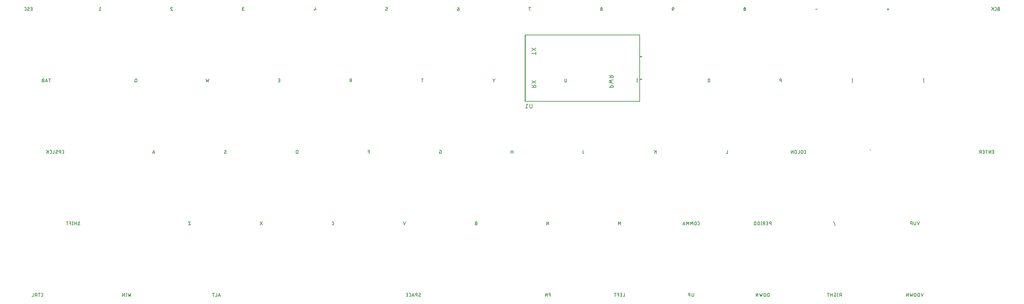
<source format=gbr>
G04 EAGLE Gerber RS-274X export*
G75*
%MOMM*%
%FSLAX34Y34*%
%LPD*%
%INSilkscreen Bottom*%
%IPPOS*%
%AMOC8*
5,1,8,0,0,1.08239X$1,22.5*%
G01*
%ADD10C,0.127000*%
%ADD11C,0.250000*%
%ADD12C,0.177800*%


D10*
X1511416Y678432D02*
X1816216Y678432D01*
X1816216Y679632D02*
X1816216Y855032D01*
X1511416Y855032D01*
D11*
X1511416Y679632D01*
X1816316Y797332D02*
X1821316Y797332D01*
X1821316Y737332D02*
X1816316Y737332D01*
D12*
X1745427Y715721D02*
X1734505Y715721D01*
X1745427Y715721D02*
X1745427Y718755D01*
X1745425Y718863D01*
X1745419Y718971D01*
X1745410Y719079D01*
X1745396Y719187D01*
X1745379Y719294D01*
X1745358Y719400D01*
X1745333Y719505D01*
X1745304Y719610D01*
X1745272Y719713D01*
X1745236Y719815D01*
X1745196Y719916D01*
X1745153Y720015D01*
X1745106Y720113D01*
X1745056Y720209D01*
X1745002Y720303D01*
X1744945Y720395D01*
X1744885Y720485D01*
X1744822Y720573D01*
X1744755Y720659D01*
X1744686Y720742D01*
X1744614Y720822D01*
X1744538Y720900D01*
X1744460Y720976D01*
X1744380Y721048D01*
X1744297Y721117D01*
X1744211Y721184D01*
X1744123Y721247D01*
X1744033Y721307D01*
X1743941Y721364D01*
X1743847Y721418D01*
X1743751Y721468D01*
X1743653Y721515D01*
X1743554Y721558D01*
X1743453Y721598D01*
X1743351Y721634D01*
X1743248Y721666D01*
X1743143Y721695D01*
X1743038Y721720D01*
X1742932Y721741D01*
X1742825Y721758D01*
X1742717Y721772D01*
X1742609Y721781D01*
X1742501Y721787D01*
X1742393Y721789D01*
X1742285Y721787D01*
X1742177Y721781D01*
X1742069Y721772D01*
X1741961Y721758D01*
X1741854Y721741D01*
X1741748Y721720D01*
X1741643Y721695D01*
X1741538Y721666D01*
X1741435Y721634D01*
X1741333Y721598D01*
X1741232Y721558D01*
X1741133Y721515D01*
X1741035Y721468D01*
X1740939Y721418D01*
X1740845Y721364D01*
X1740753Y721307D01*
X1740663Y721247D01*
X1740575Y721184D01*
X1740489Y721117D01*
X1740406Y721048D01*
X1740326Y720976D01*
X1740248Y720900D01*
X1740172Y720822D01*
X1740100Y720742D01*
X1740031Y720659D01*
X1739964Y720573D01*
X1739901Y720485D01*
X1739841Y720395D01*
X1739784Y720303D01*
X1739730Y720209D01*
X1739680Y720113D01*
X1739633Y720015D01*
X1739590Y719916D01*
X1739550Y719815D01*
X1739514Y719713D01*
X1739482Y719610D01*
X1739453Y719505D01*
X1739428Y719400D01*
X1739407Y719294D01*
X1739390Y719187D01*
X1739376Y719079D01*
X1739367Y718971D01*
X1739361Y718863D01*
X1739359Y718755D01*
X1739359Y715721D01*
X1745427Y726241D02*
X1734505Y728668D01*
X1741787Y731095D01*
X1734505Y733522D01*
X1745427Y735949D01*
X1745427Y741498D02*
X1734505Y741498D01*
X1745427Y741498D02*
X1745427Y744531D01*
X1745425Y744639D01*
X1745419Y744747D01*
X1745410Y744855D01*
X1745396Y744963D01*
X1745379Y745070D01*
X1745358Y745176D01*
X1745333Y745281D01*
X1745304Y745386D01*
X1745272Y745489D01*
X1745236Y745591D01*
X1745196Y745692D01*
X1745153Y745791D01*
X1745106Y745889D01*
X1745056Y745985D01*
X1745002Y746079D01*
X1744945Y746171D01*
X1744885Y746261D01*
X1744822Y746349D01*
X1744755Y746435D01*
X1744686Y746518D01*
X1744614Y746598D01*
X1744538Y746676D01*
X1744460Y746752D01*
X1744380Y746824D01*
X1744297Y746893D01*
X1744211Y746960D01*
X1744123Y747023D01*
X1744033Y747083D01*
X1743941Y747140D01*
X1743847Y747194D01*
X1743751Y747244D01*
X1743653Y747291D01*
X1743554Y747334D01*
X1743453Y747374D01*
X1743351Y747410D01*
X1743248Y747442D01*
X1743143Y747471D01*
X1743038Y747496D01*
X1742932Y747517D01*
X1742825Y747534D01*
X1742717Y747548D01*
X1742609Y747557D01*
X1742501Y747563D01*
X1742393Y747565D01*
X1742285Y747563D01*
X1742177Y747557D01*
X1742069Y747548D01*
X1741961Y747534D01*
X1741854Y747517D01*
X1741748Y747496D01*
X1741643Y747471D01*
X1741538Y747442D01*
X1741435Y747410D01*
X1741333Y747374D01*
X1741232Y747334D01*
X1741133Y747291D01*
X1741035Y747244D01*
X1740939Y747194D01*
X1740845Y747140D01*
X1740753Y747083D01*
X1740663Y747023D01*
X1740575Y746960D01*
X1740489Y746893D01*
X1740406Y746824D01*
X1740326Y746752D01*
X1740248Y746676D01*
X1740172Y746598D01*
X1740100Y746518D01*
X1740031Y746435D01*
X1739964Y746349D01*
X1739901Y746261D01*
X1739841Y746171D01*
X1739784Y746079D01*
X1739730Y745985D01*
X1739680Y745889D01*
X1739633Y745791D01*
X1739590Y745692D01*
X1739550Y745591D01*
X1739514Y745489D01*
X1739482Y745386D01*
X1739453Y745281D01*
X1739428Y745176D01*
X1739407Y745070D01*
X1739390Y744963D01*
X1739376Y744855D01*
X1739367Y744747D01*
X1739361Y744639D01*
X1739359Y744531D01*
X1739359Y741498D01*
X1739359Y745138D02*
X1734505Y747565D01*
X1540427Y715721D02*
X1529505Y715721D01*
X1540427Y715721D02*
X1540427Y718755D01*
X1540425Y718863D01*
X1540419Y718971D01*
X1540410Y719079D01*
X1540396Y719187D01*
X1540379Y719294D01*
X1540358Y719400D01*
X1540333Y719505D01*
X1540304Y719610D01*
X1540272Y719713D01*
X1540236Y719815D01*
X1540196Y719916D01*
X1540153Y720015D01*
X1540106Y720113D01*
X1540056Y720209D01*
X1540002Y720303D01*
X1539945Y720395D01*
X1539885Y720485D01*
X1539822Y720573D01*
X1539755Y720659D01*
X1539686Y720742D01*
X1539614Y720822D01*
X1539538Y720900D01*
X1539460Y720976D01*
X1539380Y721048D01*
X1539297Y721117D01*
X1539211Y721184D01*
X1539123Y721247D01*
X1539033Y721307D01*
X1538941Y721364D01*
X1538847Y721418D01*
X1538751Y721468D01*
X1538653Y721515D01*
X1538554Y721558D01*
X1538453Y721598D01*
X1538351Y721634D01*
X1538248Y721666D01*
X1538143Y721695D01*
X1538038Y721720D01*
X1537932Y721741D01*
X1537825Y721758D01*
X1537717Y721772D01*
X1537609Y721781D01*
X1537501Y721787D01*
X1537393Y721789D01*
X1537285Y721787D01*
X1537177Y721781D01*
X1537069Y721772D01*
X1536961Y721758D01*
X1536854Y721741D01*
X1536748Y721720D01*
X1536643Y721695D01*
X1536538Y721666D01*
X1536435Y721634D01*
X1536333Y721598D01*
X1536232Y721558D01*
X1536133Y721515D01*
X1536035Y721468D01*
X1535939Y721418D01*
X1535845Y721364D01*
X1535753Y721307D01*
X1535663Y721247D01*
X1535575Y721184D01*
X1535489Y721117D01*
X1535406Y721048D01*
X1535326Y720976D01*
X1535248Y720900D01*
X1535172Y720822D01*
X1535100Y720742D01*
X1535031Y720659D01*
X1534964Y720573D01*
X1534901Y720485D01*
X1534841Y720395D01*
X1534784Y720303D01*
X1534730Y720209D01*
X1534680Y720113D01*
X1534633Y720015D01*
X1534590Y719916D01*
X1534550Y719815D01*
X1534514Y719713D01*
X1534482Y719610D01*
X1534453Y719505D01*
X1534428Y719400D01*
X1534407Y719294D01*
X1534390Y719187D01*
X1534376Y719079D01*
X1534367Y718971D01*
X1534361Y718863D01*
X1534359Y718755D01*
X1534359Y715721D01*
X1534359Y719362D02*
X1529505Y721789D01*
X1529505Y726443D02*
X1540427Y733725D01*
X1540427Y726443D02*
X1529505Y733725D01*
X1529505Y806255D02*
X1540427Y806255D01*
X1540427Y803221D02*
X1540427Y809289D01*
X1540427Y820564D02*
X1529505Y813282D01*
X1529505Y820564D02*
X1540427Y813282D01*
X1530084Y671443D02*
X1530084Y663555D01*
X1530082Y663447D01*
X1530076Y663339D01*
X1530067Y663231D01*
X1530053Y663123D01*
X1530036Y663016D01*
X1530015Y662910D01*
X1529990Y662805D01*
X1529961Y662700D01*
X1529929Y662597D01*
X1529893Y662495D01*
X1529853Y662394D01*
X1529810Y662295D01*
X1529763Y662197D01*
X1529713Y662101D01*
X1529659Y662007D01*
X1529602Y661915D01*
X1529542Y661825D01*
X1529479Y661737D01*
X1529412Y661651D01*
X1529343Y661568D01*
X1529271Y661488D01*
X1529195Y661410D01*
X1529117Y661334D01*
X1529037Y661262D01*
X1528954Y661193D01*
X1528868Y661126D01*
X1528780Y661063D01*
X1528690Y661003D01*
X1528598Y660946D01*
X1528504Y660892D01*
X1528408Y660842D01*
X1528310Y660795D01*
X1528211Y660752D01*
X1528110Y660712D01*
X1528008Y660676D01*
X1527905Y660644D01*
X1527800Y660615D01*
X1527695Y660590D01*
X1527589Y660569D01*
X1527482Y660552D01*
X1527374Y660538D01*
X1527266Y660529D01*
X1527158Y660523D01*
X1527050Y660521D01*
X1526942Y660523D01*
X1526834Y660529D01*
X1526726Y660538D01*
X1526618Y660552D01*
X1526511Y660569D01*
X1526405Y660590D01*
X1526300Y660615D01*
X1526195Y660644D01*
X1526092Y660676D01*
X1525990Y660712D01*
X1525889Y660752D01*
X1525790Y660795D01*
X1525692Y660842D01*
X1525596Y660892D01*
X1525502Y660946D01*
X1525410Y661003D01*
X1525320Y661063D01*
X1525232Y661126D01*
X1525146Y661193D01*
X1525063Y661262D01*
X1524983Y661334D01*
X1524905Y661410D01*
X1524829Y661488D01*
X1524757Y661568D01*
X1524688Y661651D01*
X1524621Y661737D01*
X1524558Y661825D01*
X1524498Y661915D01*
X1524441Y662007D01*
X1524387Y662101D01*
X1524337Y662197D01*
X1524290Y662295D01*
X1524247Y662394D01*
X1524207Y662495D01*
X1524171Y662597D01*
X1524139Y662700D01*
X1524110Y662805D01*
X1524085Y662910D01*
X1524064Y663016D01*
X1524047Y663123D01*
X1524033Y663231D01*
X1524024Y663339D01*
X1524018Y663447D01*
X1524016Y663555D01*
X1524016Y671443D01*
X1518273Y669016D02*
X1515239Y671443D01*
X1515239Y660521D01*
X1518273Y660521D02*
X1512205Y660521D01*
D10*
X200362Y920135D02*
X196482Y920135D01*
X200362Y920135D02*
X200362Y928865D01*
X196482Y928865D01*
X197452Y924985D02*
X200362Y924985D01*
X190275Y920135D02*
X190188Y920137D01*
X190101Y920143D01*
X190015Y920153D01*
X189929Y920166D01*
X189843Y920184D01*
X189759Y920205D01*
X189676Y920230D01*
X189593Y920259D01*
X189513Y920291D01*
X189433Y920327D01*
X189356Y920367D01*
X189280Y920410D01*
X189206Y920456D01*
X189135Y920506D01*
X189065Y920558D01*
X188999Y920614D01*
X188934Y920673D01*
X188873Y920734D01*
X188814Y920799D01*
X188758Y920865D01*
X188706Y920935D01*
X188656Y921006D01*
X188610Y921080D01*
X188567Y921156D01*
X188527Y921233D01*
X188491Y921313D01*
X188459Y921393D01*
X188430Y921476D01*
X188405Y921559D01*
X188384Y921643D01*
X188366Y921729D01*
X188353Y921815D01*
X188343Y921901D01*
X188337Y921988D01*
X188335Y922075D01*
X190275Y920135D02*
X190399Y920137D01*
X190524Y920143D01*
X190648Y920152D01*
X190772Y920165D01*
X190895Y920182D01*
X191018Y920203D01*
X191140Y920227D01*
X191261Y920255D01*
X191381Y920287D01*
X191500Y920323D01*
X191619Y920362D01*
X191736Y920404D01*
X191851Y920450D01*
X191965Y920500D01*
X192078Y920553D01*
X192189Y920609D01*
X192298Y920669D01*
X192405Y920732D01*
X192511Y920798D01*
X192614Y920868D01*
X192715Y920940D01*
X192814Y921016D01*
X192910Y921095D01*
X193004Y921176D01*
X193096Y921260D01*
X193185Y921347D01*
X192942Y926925D02*
X192940Y927012D01*
X192934Y927099D01*
X192924Y927185D01*
X192911Y927271D01*
X192893Y927357D01*
X192872Y927441D01*
X192847Y927524D01*
X192818Y927607D01*
X192786Y927687D01*
X192750Y927767D01*
X192710Y927844D01*
X192667Y927920D01*
X192621Y927994D01*
X192571Y928065D01*
X192519Y928135D01*
X192463Y928201D01*
X192404Y928266D01*
X192343Y928327D01*
X192278Y928386D01*
X192212Y928442D01*
X192142Y928494D01*
X192071Y928544D01*
X191997Y928590D01*
X191921Y928633D01*
X191844Y928673D01*
X191764Y928709D01*
X191684Y928741D01*
X191601Y928770D01*
X191518Y928795D01*
X191434Y928816D01*
X191348Y928834D01*
X191262Y928847D01*
X191176Y928857D01*
X191089Y928863D01*
X191002Y928865D01*
X191002Y928866D02*
X190885Y928864D01*
X190768Y928858D01*
X190651Y928849D01*
X190535Y928836D01*
X190419Y928819D01*
X190304Y928798D01*
X190190Y928774D01*
X190076Y928746D01*
X189963Y928715D01*
X189852Y928679D01*
X189741Y928641D01*
X189632Y928598D01*
X189524Y928552D01*
X189418Y928503D01*
X189314Y928450D01*
X189211Y928394D01*
X189110Y928335D01*
X189011Y928273D01*
X188914Y928207D01*
X188819Y928138D01*
X191972Y925228D02*
X192045Y925273D01*
X192115Y925321D01*
X192183Y925371D01*
X192249Y925425D01*
X192313Y925482D01*
X192374Y925541D01*
X192433Y925603D01*
X192489Y925668D01*
X192542Y925734D01*
X192592Y925803D01*
X192639Y925875D01*
X192682Y925948D01*
X192723Y926022D01*
X192761Y926099D01*
X192795Y926177D01*
X192825Y926257D01*
X192852Y926337D01*
X192876Y926419D01*
X192896Y926502D01*
X192913Y926586D01*
X192925Y926670D01*
X192935Y926755D01*
X192940Y926840D01*
X192942Y926925D01*
X189305Y923772D02*
X189232Y923727D01*
X189162Y923679D01*
X189094Y923629D01*
X189028Y923575D01*
X188964Y923518D01*
X188903Y923459D01*
X188844Y923397D01*
X188788Y923332D01*
X188735Y923266D01*
X188685Y923197D01*
X188638Y923125D01*
X188595Y923052D01*
X188554Y922978D01*
X188516Y922901D01*
X188482Y922823D01*
X188452Y922743D01*
X188425Y922663D01*
X188401Y922581D01*
X188381Y922498D01*
X188364Y922414D01*
X188352Y922330D01*
X188342Y922245D01*
X188337Y922160D01*
X188335Y922075D01*
X189305Y923773D02*
X191972Y925228D01*
X182578Y920135D02*
X180638Y920135D01*
X182578Y920135D02*
X182665Y920137D01*
X182752Y920143D01*
X182838Y920153D01*
X182924Y920166D01*
X183010Y920184D01*
X183094Y920205D01*
X183177Y920230D01*
X183260Y920259D01*
X183340Y920291D01*
X183420Y920327D01*
X183497Y920367D01*
X183573Y920410D01*
X183647Y920456D01*
X183718Y920506D01*
X183788Y920558D01*
X183854Y920614D01*
X183919Y920673D01*
X183980Y920734D01*
X184039Y920799D01*
X184095Y920865D01*
X184147Y920935D01*
X184197Y921006D01*
X184243Y921080D01*
X184286Y921156D01*
X184326Y921233D01*
X184362Y921313D01*
X184394Y921393D01*
X184423Y921476D01*
X184448Y921559D01*
X184469Y921643D01*
X184487Y921729D01*
X184500Y921815D01*
X184510Y921901D01*
X184516Y921988D01*
X184518Y922075D01*
X184518Y926925D01*
X184516Y927012D01*
X184510Y927099D01*
X184500Y927185D01*
X184487Y927271D01*
X184469Y927357D01*
X184448Y927441D01*
X184423Y927524D01*
X184394Y927607D01*
X184362Y927687D01*
X184326Y927767D01*
X184286Y927844D01*
X184243Y927920D01*
X184197Y927994D01*
X184147Y928065D01*
X184095Y928135D01*
X184039Y928201D01*
X183980Y928266D01*
X183919Y928327D01*
X183854Y928386D01*
X183788Y928442D01*
X183718Y928494D01*
X183647Y928544D01*
X183573Y928590D01*
X183497Y928633D01*
X183420Y928673D01*
X183340Y928709D01*
X183260Y928741D01*
X183177Y928770D01*
X183094Y928795D01*
X183010Y928816D01*
X182924Y928834D01*
X182838Y928847D01*
X182752Y928857D01*
X182665Y928863D01*
X182578Y928865D01*
X180638Y928865D01*
X381000Y928865D02*
X383425Y926925D01*
X381000Y928865D02*
X381000Y920135D01*
X383425Y920135D02*
X378575Y920135D01*
X569075Y926683D02*
X569077Y926776D01*
X569083Y926868D01*
X569093Y926960D01*
X569106Y927052D01*
X569124Y927143D01*
X569145Y927233D01*
X569171Y927322D01*
X569200Y927410D01*
X569232Y927497D01*
X569269Y927582D01*
X569309Y927666D01*
X569352Y927748D01*
X569399Y927828D01*
X569449Y927905D01*
X569503Y927981D01*
X569560Y928054D01*
X569619Y928125D01*
X569682Y928194D01*
X569747Y928259D01*
X569816Y928322D01*
X569887Y928381D01*
X569960Y928438D01*
X570036Y928492D01*
X570113Y928542D01*
X570193Y928589D01*
X570275Y928632D01*
X570359Y928672D01*
X570444Y928709D01*
X570531Y928741D01*
X570619Y928770D01*
X570708Y928796D01*
X570798Y928817D01*
X570889Y928835D01*
X570981Y928848D01*
X571073Y928858D01*
X571165Y928864D01*
X571258Y928866D01*
X571258Y928865D02*
X571362Y928863D01*
X571465Y928857D01*
X571569Y928848D01*
X571671Y928834D01*
X571774Y928817D01*
X571875Y928796D01*
X571976Y928772D01*
X572076Y928743D01*
X572174Y928711D01*
X572272Y928675D01*
X572368Y928636D01*
X572462Y928593D01*
X572555Y928547D01*
X572646Y928497D01*
X572735Y928444D01*
X572822Y928388D01*
X572907Y928329D01*
X572990Y928266D01*
X573070Y928201D01*
X573148Y928132D01*
X573224Y928061D01*
X573296Y927987D01*
X573366Y927910D01*
X573433Y927831D01*
X573497Y927749D01*
X573558Y927665D01*
X573615Y927579D01*
X573670Y927491D01*
X573721Y927401D01*
X573769Y927309D01*
X573814Y927215D01*
X573854Y927120D01*
X573892Y927023D01*
X573926Y926925D01*
X569802Y924986D02*
X569735Y925052D01*
X569670Y925122D01*
X569609Y925194D01*
X569550Y925268D01*
X569494Y925345D01*
X569442Y925424D01*
X569392Y925505D01*
X569346Y925588D01*
X569304Y925673D01*
X569265Y925760D01*
X569229Y925848D01*
X569197Y925937D01*
X569169Y926028D01*
X569144Y926119D01*
X569123Y926212D01*
X569106Y926305D01*
X569092Y926399D01*
X569083Y926493D01*
X569077Y926588D01*
X569075Y926683D01*
X569803Y924985D02*
X573925Y920135D01*
X569075Y920135D01*
X762000Y920135D02*
X764425Y920135D01*
X762000Y920135D02*
X761902Y920137D01*
X761805Y920143D01*
X761708Y920153D01*
X761611Y920166D01*
X761515Y920184D01*
X761420Y920205D01*
X761325Y920231D01*
X761232Y920260D01*
X761140Y920293D01*
X761049Y920329D01*
X760960Y920369D01*
X760873Y920413D01*
X760788Y920460D01*
X760704Y920510D01*
X760622Y920564D01*
X760543Y920621D01*
X760466Y920682D01*
X760392Y920745D01*
X760320Y920811D01*
X760251Y920880D01*
X760185Y920952D01*
X760122Y921026D01*
X760061Y921103D01*
X760004Y921182D01*
X759950Y921264D01*
X759900Y921348D01*
X759853Y921433D01*
X759809Y921520D01*
X759769Y921609D01*
X759733Y921700D01*
X759700Y921792D01*
X759671Y921885D01*
X759645Y921980D01*
X759624Y922075D01*
X759606Y922171D01*
X759593Y922268D01*
X759583Y922365D01*
X759577Y922462D01*
X759575Y922560D01*
X759577Y922658D01*
X759583Y922755D01*
X759593Y922852D01*
X759606Y922949D01*
X759624Y923045D01*
X759645Y923140D01*
X759671Y923235D01*
X759700Y923328D01*
X759733Y923420D01*
X759769Y923511D01*
X759809Y923600D01*
X759853Y923687D01*
X759900Y923773D01*
X759950Y923856D01*
X760004Y923938D01*
X760061Y924017D01*
X760122Y924094D01*
X760185Y924168D01*
X760251Y924240D01*
X760320Y924309D01*
X760392Y924375D01*
X760466Y924438D01*
X760543Y924499D01*
X760622Y924556D01*
X760704Y924610D01*
X760788Y924660D01*
X760873Y924707D01*
X760960Y924751D01*
X761049Y924791D01*
X761140Y924827D01*
X761232Y924860D01*
X761325Y924889D01*
X761420Y924915D01*
X761515Y924936D01*
X761611Y924954D01*
X761708Y924967D01*
X761805Y924977D01*
X761902Y924983D01*
X762000Y924985D01*
X761515Y928865D02*
X764425Y928865D01*
X761515Y928865D02*
X761428Y928863D01*
X761341Y928857D01*
X761255Y928847D01*
X761169Y928834D01*
X761083Y928816D01*
X760999Y928795D01*
X760916Y928770D01*
X760833Y928741D01*
X760753Y928709D01*
X760673Y928673D01*
X760596Y928633D01*
X760520Y928590D01*
X760446Y928544D01*
X760375Y928494D01*
X760305Y928442D01*
X760239Y928386D01*
X760174Y928327D01*
X760113Y928266D01*
X760054Y928201D01*
X759998Y928135D01*
X759946Y928065D01*
X759896Y927994D01*
X759850Y927920D01*
X759807Y927844D01*
X759767Y927767D01*
X759731Y927687D01*
X759699Y927607D01*
X759670Y927524D01*
X759645Y927441D01*
X759624Y927357D01*
X759606Y927271D01*
X759593Y927185D01*
X759583Y927099D01*
X759577Y927012D01*
X759575Y926925D01*
X759577Y926838D01*
X759583Y926751D01*
X759593Y926665D01*
X759606Y926579D01*
X759624Y926493D01*
X759645Y926409D01*
X759670Y926326D01*
X759699Y926243D01*
X759731Y926163D01*
X759767Y926083D01*
X759807Y926006D01*
X759850Y925930D01*
X759896Y925856D01*
X759946Y925785D01*
X759998Y925715D01*
X760054Y925649D01*
X760113Y925584D01*
X760174Y925523D01*
X760239Y925464D01*
X760305Y925408D01*
X760375Y925356D01*
X760446Y925306D01*
X760520Y925260D01*
X760596Y925217D01*
X760673Y925177D01*
X760753Y925141D01*
X760833Y925109D01*
X760916Y925080D01*
X760999Y925055D01*
X761083Y925034D01*
X761169Y925016D01*
X761255Y925003D01*
X761341Y924993D01*
X761428Y924987D01*
X761515Y924985D01*
X763455Y924985D01*
X952985Y928865D02*
X954925Y922075D01*
X950075Y922075D01*
X951530Y924015D02*
X951530Y920135D01*
X1142515Y920135D02*
X1145425Y920135D01*
X1142515Y920135D02*
X1142428Y920137D01*
X1142341Y920143D01*
X1142255Y920153D01*
X1142169Y920166D01*
X1142083Y920184D01*
X1141999Y920205D01*
X1141916Y920230D01*
X1141833Y920259D01*
X1141753Y920291D01*
X1141673Y920327D01*
X1141596Y920367D01*
X1141520Y920410D01*
X1141446Y920456D01*
X1141375Y920506D01*
X1141305Y920558D01*
X1141239Y920614D01*
X1141174Y920673D01*
X1141113Y920734D01*
X1141054Y920799D01*
X1140998Y920865D01*
X1140946Y920935D01*
X1140896Y921006D01*
X1140850Y921080D01*
X1140807Y921156D01*
X1140767Y921233D01*
X1140731Y921313D01*
X1140699Y921393D01*
X1140670Y921476D01*
X1140645Y921559D01*
X1140624Y921643D01*
X1140606Y921729D01*
X1140593Y921815D01*
X1140583Y921901D01*
X1140577Y921988D01*
X1140575Y922075D01*
X1140575Y923045D01*
X1140577Y923132D01*
X1140583Y923219D01*
X1140593Y923305D01*
X1140606Y923391D01*
X1140624Y923477D01*
X1140645Y923561D01*
X1140670Y923644D01*
X1140699Y923727D01*
X1140731Y923807D01*
X1140767Y923887D01*
X1140807Y923964D01*
X1140850Y924040D01*
X1140896Y924114D01*
X1140946Y924185D01*
X1140998Y924255D01*
X1141054Y924321D01*
X1141113Y924386D01*
X1141174Y924447D01*
X1141239Y924506D01*
X1141305Y924562D01*
X1141375Y924614D01*
X1141446Y924664D01*
X1141520Y924710D01*
X1141596Y924753D01*
X1141673Y924793D01*
X1141753Y924829D01*
X1141833Y924861D01*
X1141916Y924890D01*
X1141999Y924915D01*
X1142083Y924936D01*
X1142169Y924954D01*
X1142255Y924967D01*
X1142341Y924977D01*
X1142428Y924983D01*
X1142515Y924985D01*
X1145425Y924985D01*
X1145425Y928865D01*
X1140575Y928865D01*
X1333015Y924985D02*
X1335925Y924985D01*
X1333015Y924985D02*
X1332928Y924983D01*
X1332841Y924977D01*
X1332755Y924967D01*
X1332669Y924954D01*
X1332583Y924936D01*
X1332499Y924915D01*
X1332416Y924890D01*
X1332333Y924861D01*
X1332253Y924829D01*
X1332173Y924793D01*
X1332096Y924753D01*
X1332020Y924710D01*
X1331946Y924664D01*
X1331875Y924614D01*
X1331805Y924562D01*
X1331739Y924506D01*
X1331674Y924447D01*
X1331613Y924386D01*
X1331554Y924321D01*
X1331498Y924255D01*
X1331446Y924185D01*
X1331396Y924114D01*
X1331350Y924040D01*
X1331307Y923964D01*
X1331267Y923887D01*
X1331231Y923807D01*
X1331199Y923727D01*
X1331170Y923644D01*
X1331145Y923561D01*
X1331124Y923477D01*
X1331106Y923391D01*
X1331093Y923305D01*
X1331083Y923219D01*
X1331077Y923132D01*
X1331075Y923045D01*
X1331075Y922560D01*
X1331077Y922462D01*
X1331083Y922365D01*
X1331093Y922268D01*
X1331106Y922171D01*
X1331124Y922075D01*
X1331145Y921980D01*
X1331171Y921885D01*
X1331200Y921792D01*
X1331233Y921700D01*
X1331269Y921609D01*
X1331309Y921520D01*
X1331353Y921433D01*
X1331400Y921348D01*
X1331450Y921264D01*
X1331504Y921182D01*
X1331561Y921103D01*
X1331622Y921026D01*
X1331685Y920952D01*
X1331751Y920880D01*
X1331820Y920811D01*
X1331892Y920745D01*
X1331966Y920682D01*
X1332043Y920621D01*
X1332122Y920564D01*
X1332204Y920510D01*
X1332288Y920460D01*
X1332373Y920413D01*
X1332460Y920369D01*
X1332549Y920329D01*
X1332640Y920293D01*
X1332732Y920260D01*
X1332825Y920231D01*
X1332920Y920205D01*
X1333015Y920184D01*
X1333111Y920166D01*
X1333208Y920153D01*
X1333305Y920143D01*
X1333402Y920137D01*
X1333500Y920135D01*
X1333598Y920137D01*
X1333695Y920143D01*
X1333792Y920153D01*
X1333889Y920166D01*
X1333985Y920184D01*
X1334080Y920205D01*
X1334175Y920231D01*
X1334268Y920260D01*
X1334360Y920293D01*
X1334451Y920329D01*
X1334540Y920369D01*
X1334627Y920413D01*
X1334713Y920460D01*
X1334796Y920510D01*
X1334878Y920564D01*
X1334957Y920621D01*
X1335034Y920682D01*
X1335108Y920745D01*
X1335180Y920811D01*
X1335249Y920880D01*
X1335315Y920952D01*
X1335378Y921026D01*
X1335439Y921103D01*
X1335496Y921182D01*
X1335550Y921264D01*
X1335600Y921348D01*
X1335647Y921433D01*
X1335691Y921520D01*
X1335731Y921609D01*
X1335767Y921700D01*
X1335800Y921792D01*
X1335829Y921885D01*
X1335855Y921980D01*
X1335876Y922075D01*
X1335894Y922171D01*
X1335907Y922268D01*
X1335917Y922365D01*
X1335923Y922462D01*
X1335925Y922560D01*
X1335925Y924985D01*
X1335923Y925107D01*
X1335917Y925229D01*
X1335908Y925350D01*
X1335894Y925471D01*
X1335877Y925592D01*
X1335856Y925712D01*
X1335832Y925831D01*
X1335803Y925950D01*
X1335771Y926067D01*
X1335735Y926184D01*
X1335696Y926299D01*
X1335653Y926413D01*
X1335606Y926526D01*
X1335556Y926637D01*
X1335502Y926746D01*
X1335445Y926854D01*
X1335385Y926960D01*
X1335321Y927064D01*
X1335254Y927166D01*
X1335184Y927266D01*
X1335111Y927363D01*
X1335035Y927458D01*
X1334955Y927551D01*
X1334873Y927641D01*
X1334789Y927729D01*
X1334701Y927813D01*
X1334611Y927895D01*
X1334518Y927975D01*
X1334423Y928051D01*
X1334326Y928124D01*
X1334226Y928194D01*
X1334124Y928261D01*
X1334020Y928325D01*
X1333914Y928385D01*
X1333806Y928442D01*
X1333697Y928496D01*
X1333586Y928546D01*
X1333473Y928593D01*
X1333359Y928636D01*
X1333244Y928675D01*
X1333127Y928711D01*
X1333010Y928743D01*
X1332891Y928772D01*
X1332772Y928796D01*
X1332652Y928817D01*
X1332531Y928834D01*
X1332410Y928848D01*
X1332289Y928857D01*
X1332167Y928863D01*
X1332045Y928865D01*
X1526425Y928865D02*
X1526425Y927895D01*
X1526425Y928865D02*
X1521575Y928865D01*
X1524000Y920135D01*
X1712075Y922560D02*
X1712077Y922658D01*
X1712083Y922755D01*
X1712093Y922852D01*
X1712106Y922949D01*
X1712124Y923045D01*
X1712145Y923140D01*
X1712171Y923235D01*
X1712200Y923328D01*
X1712233Y923420D01*
X1712269Y923511D01*
X1712309Y923600D01*
X1712353Y923687D01*
X1712400Y923773D01*
X1712450Y923856D01*
X1712504Y923938D01*
X1712561Y924017D01*
X1712622Y924094D01*
X1712685Y924168D01*
X1712751Y924240D01*
X1712820Y924309D01*
X1712892Y924375D01*
X1712966Y924438D01*
X1713043Y924499D01*
X1713122Y924556D01*
X1713204Y924610D01*
X1713288Y924660D01*
X1713373Y924707D01*
X1713460Y924751D01*
X1713549Y924791D01*
X1713640Y924827D01*
X1713732Y924860D01*
X1713825Y924889D01*
X1713920Y924915D01*
X1714015Y924936D01*
X1714111Y924954D01*
X1714208Y924967D01*
X1714305Y924977D01*
X1714402Y924983D01*
X1714500Y924985D01*
X1714598Y924983D01*
X1714695Y924977D01*
X1714792Y924967D01*
X1714889Y924954D01*
X1714985Y924936D01*
X1715080Y924915D01*
X1715175Y924889D01*
X1715268Y924860D01*
X1715360Y924827D01*
X1715451Y924791D01*
X1715540Y924751D01*
X1715627Y924707D01*
X1715713Y924660D01*
X1715796Y924610D01*
X1715878Y924556D01*
X1715957Y924499D01*
X1716034Y924438D01*
X1716108Y924375D01*
X1716180Y924309D01*
X1716249Y924240D01*
X1716315Y924168D01*
X1716378Y924094D01*
X1716439Y924017D01*
X1716496Y923938D01*
X1716550Y923856D01*
X1716600Y923773D01*
X1716647Y923687D01*
X1716691Y923600D01*
X1716731Y923511D01*
X1716767Y923420D01*
X1716800Y923328D01*
X1716829Y923235D01*
X1716855Y923140D01*
X1716876Y923045D01*
X1716894Y922949D01*
X1716907Y922852D01*
X1716917Y922755D01*
X1716923Y922658D01*
X1716925Y922560D01*
X1716923Y922462D01*
X1716917Y922365D01*
X1716907Y922268D01*
X1716894Y922171D01*
X1716876Y922075D01*
X1716855Y921980D01*
X1716829Y921885D01*
X1716800Y921792D01*
X1716767Y921700D01*
X1716731Y921609D01*
X1716691Y921520D01*
X1716647Y921433D01*
X1716600Y921348D01*
X1716550Y921264D01*
X1716496Y921182D01*
X1716439Y921103D01*
X1716378Y921026D01*
X1716315Y920952D01*
X1716249Y920880D01*
X1716180Y920811D01*
X1716108Y920745D01*
X1716034Y920682D01*
X1715957Y920621D01*
X1715878Y920564D01*
X1715796Y920510D01*
X1715713Y920460D01*
X1715627Y920413D01*
X1715540Y920369D01*
X1715451Y920329D01*
X1715360Y920293D01*
X1715268Y920260D01*
X1715175Y920231D01*
X1715080Y920205D01*
X1714985Y920184D01*
X1714889Y920166D01*
X1714792Y920153D01*
X1714695Y920143D01*
X1714598Y920137D01*
X1714500Y920135D01*
X1714402Y920137D01*
X1714305Y920143D01*
X1714208Y920153D01*
X1714111Y920166D01*
X1714015Y920184D01*
X1713920Y920205D01*
X1713825Y920231D01*
X1713732Y920260D01*
X1713640Y920293D01*
X1713549Y920329D01*
X1713460Y920369D01*
X1713373Y920413D01*
X1713288Y920460D01*
X1713204Y920510D01*
X1713122Y920564D01*
X1713043Y920621D01*
X1712966Y920682D01*
X1712892Y920745D01*
X1712820Y920811D01*
X1712751Y920880D01*
X1712685Y920952D01*
X1712622Y921026D01*
X1712561Y921103D01*
X1712504Y921182D01*
X1712450Y921264D01*
X1712400Y921348D01*
X1712353Y921433D01*
X1712309Y921520D01*
X1712269Y921609D01*
X1712233Y921700D01*
X1712200Y921792D01*
X1712171Y921885D01*
X1712145Y921980D01*
X1712124Y922075D01*
X1712106Y922171D01*
X1712093Y922268D01*
X1712083Y922365D01*
X1712077Y922462D01*
X1712075Y922560D01*
X1712560Y926925D02*
X1712562Y927012D01*
X1712568Y927099D01*
X1712578Y927185D01*
X1712591Y927271D01*
X1712609Y927357D01*
X1712630Y927441D01*
X1712655Y927524D01*
X1712684Y927607D01*
X1712716Y927687D01*
X1712752Y927767D01*
X1712792Y927844D01*
X1712835Y927920D01*
X1712881Y927994D01*
X1712931Y928065D01*
X1712983Y928135D01*
X1713039Y928201D01*
X1713098Y928266D01*
X1713159Y928327D01*
X1713224Y928386D01*
X1713290Y928442D01*
X1713360Y928494D01*
X1713431Y928544D01*
X1713505Y928590D01*
X1713581Y928633D01*
X1713658Y928673D01*
X1713738Y928709D01*
X1713818Y928741D01*
X1713901Y928770D01*
X1713984Y928795D01*
X1714068Y928816D01*
X1714154Y928834D01*
X1714240Y928847D01*
X1714326Y928857D01*
X1714413Y928863D01*
X1714500Y928865D01*
X1714587Y928863D01*
X1714674Y928857D01*
X1714760Y928847D01*
X1714846Y928834D01*
X1714932Y928816D01*
X1715016Y928795D01*
X1715099Y928770D01*
X1715182Y928741D01*
X1715262Y928709D01*
X1715342Y928673D01*
X1715419Y928633D01*
X1715495Y928590D01*
X1715569Y928544D01*
X1715640Y928494D01*
X1715710Y928442D01*
X1715776Y928386D01*
X1715841Y928327D01*
X1715902Y928266D01*
X1715961Y928201D01*
X1716017Y928135D01*
X1716069Y928065D01*
X1716119Y927994D01*
X1716165Y927920D01*
X1716208Y927844D01*
X1716248Y927767D01*
X1716284Y927687D01*
X1716316Y927607D01*
X1716345Y927524D01*
X1716370Y927441D01*
X1716391Y927357D01*
X1716409Y927271D01*
X1716422Y927185D01*
X1716432Y927099D01*
X1716438Y927012D01*
X1716440Y926925D01*
X1716438Y926838D01*
X1716432Y926751D01*
X1716422Y926665D01*
X1716409Y926579D01*
X1716391Y926493D01*
X1716370Y926409D01*
X1716345Y926326D01*
X1716316Y926243D01*
X1716284Y926163D01*
X1716248Y926083D01*
X1716208Y926006D01*
X1716165Y925930D01*
X1716119Y925856D01*
X1716069Y925785D01*
X1716017Y925715D01*
X1715961Y925649D01*
X1715902Y925584D01*
X1715841Y925523D01*
X1715776Y925464D01*
X1715710Y925408D01*
X1715640Y925356D01*
X1715569Y925306D01*
X1715495Y925260D01*
X1715419Y925217D01*
X1715342Y925177D01*
X1715262Y925141D01*
X1715182Y925109D01*
X1715099Y925080D01*
X1715016Y925055D01*
X1714932Y925034D01*
X1714846Y925016D01*
X1714760Y925003D01*
X1714674Y924993D01*
X1714587Y924987D01*
X1714500Y924985D01*
X1714413Y924987D01*
X1714326Y924993D01*
X1714240Y925003D01*
X1714154Y925016D01*
X1714068Y925034D01*
X1713984Y925055D01*
X1713901Y925080D01*
X1713818Y925109D01*
X1713738Y925141D01*
X1713658Y925177D01*
X1713581Y925217D01*
X1713505Y925260D01*
X1713431Y925306D01*
X1713360Y925356D01*
X1713290Y925408D01*
X1713224Y925464D01*
X1713159Y925523D01*
X1713098Y925584D01*
X1713039Y925649D01*
X1712983Y925715D01*
X1712931Y925785D01*
X1712881Y925856D01*
X1712835Y925930D01*
X1712792Y926006D01*
X1712752Y926083D01*
X1712716Y926163D01*
X1712684Y926243D01*
X1712655Y926326D01*
X1712630Y926409D01*
X1712609Y926493D01*
X1712591Y926579D01*
X1712578Y926665D01*
X1712568Y926751D01*
X1712562Y926838D01*
X1712560Y926925D01*
X1902575Y924015D02*
X1905485Y924015D01*
X1905572Y924017D01*
X1905659Y924023D01*
X1905745Y924033D01*
X1905831Y924046D01*
X1905917Y924064D01*
X1906001Y924085D01*
X1906084Y924110D01*
X1906167Y924139D01*
X1906247Y924171D01*
X1906327Y924207D01*
X1906404Y924247D01*
X1906480Y924290D01*
X1906554Y924336D01*
X1906625Y924386D01*
X1906695Y924438D01*
X1906761Y924494D01*
X1906826Y924553D01*
X1906887Y924614D01*
X1906946Y924679D01*
X1907002Y924745D01*
X1907054Y924815D01*
X1907104Y924886D01*
X1907150Y924960D01*
X1907193Y925036D01*
X1907233Y925113D01*
X1907269Y925193D01*
X1907301Y925273D01*
X1907330Y925356D01*
X1907355Y925439D01*
X1907376Y925523D01*
X1907394Y925609D01*
X1907407Y925695D01*
X1907417Y925781D01*
X1907423Y925868D01*
X1907425Y925955D01*
X1907425Y926440D01*
X1907423Y926538D01*
X1907417Y926635D01*
X1907407Y926732D01*
X1907394Y926829D01*
X1907376Y926925D01*
X1907355Y927020D01*
X1907329Y927115D01*
X1907300Y927208D01*
X1907267Y927300D01*
X1907231Y927391D01*
X1907191Y927480D01*
X1907147Y927567D01*
X1907100Y927653D01*
X1907050Y927736D01*
X1906996Y927818D01*
X1906939Y927897D01*
X1906878Y927974D01*
X1906815Y928048D01*
X1906749Y928120D01*
X1906680Y928189D01*
X1906608Y928255D01*
X1906534Y928318D01*
X1906457Y928379D01*
X1906378Y928436D01*
X1906296Y928490D01*
X1906213Y928540D01*
X1906127Y928587D01*
X1906040Y928631D01*
X1905951Y928671D01*
X1905860Y928707D01*
X1905768Y928740D01*
X1905675Y928769D01*
X1905580Y928795D01*
X1905485Y928816D01*
X1905389Y928834D01*
X1905292Y928847D01*
X1905195Y928857D01*
X1905098Y928863D01*
X1905000Y928865D01*
X1904902Y928863D01*
X1904805Y928857D01*
X1904708Y928847D01*
X1904611Y928834D01*
X1904515Y928816D01*
X1904420Y928795D01*
X1904325Y928769D01*
X1904232Y928740D01*
X1904140Y928707D01*
X1904049Y928671D01*
X1903960Y928631D01*
X1903873Y928587D01*
X1903788Y928540D01*
X1903704Y928490D01*
X1903622Y928436D01*
X1903543Y928379D01*
X1903466Y928318D01*
X1903392Y928255D01*
X1903320Y928189D01*
X1903251Y928120D01*
X1903185Y928048D01*
X1903122Y927974D01*
X1903061Y927897D01*
X1903004Y927818D01*
X1902950Y927736D01*
X1902900Y927653D01*
X1902853Y927567D01*
X1902809Y927480D01*
X1902769Y927391D01*
X1902733Y927300D01*
X1902700Y927208D01*
X1902671Y927115D01*
X1902645Y927020D01*
X1902624Y926925D01*
X1902606Y926829D01*
X1902593Y926732D01*
X1902583Y926635D01*
X1902577Y926538D01*
X1902575Y926440D01*
X1902575Y924015D01*
X1902577Y923893D01*
X1902583Y923771D01*
X1902592Y923650D01*
X1902606Y923529D01*
X1902623Y923408D01*
X1902644Y923288D01*
X1902668Y923169D01*
X1902697Y923050D01*
X1902729Y922933D01*
X1902765Y922816D01*
X1902804Y922701D01*
X1902847Y922587D01*
X1902894Y922474D01*
X1902944Y922363D01*
X1902998Y922254D01*
X1903055Y922146D01*
X1903115Y922040D01*
X1903179Y921936D01*
X1903246Y921834D01*
X1903316Y921734D01*
X1903389Y921637D01*
X1903465Y921542D01*
X1903545Y921449D01*
X1903627Y921359D01*
X1903711Y921271D01*
X1903799Y921187D01*
X1903889Y921105D01*
X1903982Y921025D01*
X1904077Y920949D01*
X1904174Y920876D01*
X1904274Y920806D01*
X1904376Y920739D01*
X1904480Y920675D01*
X1904586Y920615D01*
X1904694Y920558D01*
X1904803Y920504D01*
X1904914Y920454D01*
X1905027Y920407D01*
X1905141Y920364D01*
X1905256Y920325D01*
X1905373Y920289D01*
X1905490Y920257D01*
X1905609Y920228D01*
X1905728Y920204D01*
X1905848Y920183D01*
X1905969Y920166D01*
X1906090Y920152D01*
X1906211Y920143D01*
X1906333Y920137D01*
X1906455Y920135D01*
X2097198Y927652D02*
X2097271Y927497D01*
X2097341Y927340D01*
X2097407Y927182D01*
X2097469Y927021D01*
X2097527Y926860D01*
X2097581Y926697D01*
X2097632Y926533D01*
X2097678Y926368D01*
X2097721Y926201D01*
X2097760Y926034D01*
X2097794Y925866D01*
X2097825Y925697D01*
X2097851Y925527D01*
X2097874Y925357D01*
X2097892Y925186D01*
X2097907Y925015D01*
X2097917Y924843D01*
X2097923Y924672D01*
X2097925Y924500D01*
X2097198Y927653D02*
X2097169Y927731D01*
X2097137Y927807D01*
X2097102Y927881D01*
X2097063Y927954D01*
X2097021Y928025D01*
X2096975Y928093D01*
X2096927Y928160D01*
X2096875Y928224D01*
X2096821Y928286D01*
X2096764Y928346D01*
X2096704Y928402D01*
X2096641Y928456D01*
X2096577Y928507D01*
X2096509Y928555D01*
X2096440Y928600D01*
X2096369Y928642D01*
X2096296Y928680D01*
X2096221Y928715D01*
X2096145Y928746D01*
X2096067Y928774D01*
X2095989Y928798D01*
X2095909Y928819D01*
X2095828Y928836D01*
X2095747Y928849D01*
X2095665Y928858D01*
X2095582Y928864D01*
X2095500Y928866D01*
X2095418Y928864D01*
X2095335Y928858D01*
X2095253Y928849D01*
X2095172Y928836D01*
X2095091Y928819D01*
X2095011Y928798D01*
X2094933Y928774D01*
X2094855Y928746D01*
X2094779Y928715D01*
X2094704Y928680D01*
X2094631Y928642D01*
X2094560Y928600D01*
X2094491Y928555D01*
X2094423Y928507D01*
X2094359Y928456D01*
X2094296Y928402D01*
X2094236Y928346D01*
X2094179Y928286D01*
X2094125Y928224D01*
X2094073Y928160D01*
X2094025Y928093D01*
X2093979Y928025D01*
X2093937Y927954D01*
X2093898Y927881D01*
X2093863Y927807D01*
X2093831Y927731D01*
X2093802Y927653D01*
X2093802Y927652D02*
X2093729Y927497D01*
X2093659Y927340D01*
X2093593Y927182D01*
X2093531Y927021D01*
X2093473Y926860D01*
X2093419Y926697D01*
X2093368Y926533D01*
X2093322Y926368D01*
X2093279Y926201D01*
X2093240Y926034D01*
X2093206Y925866D01*
X2093175Y925697D01*
X2093149Y925527D01*
X2093126Y925357D01*
X2093108Y925186D01*
X2093093Y925015D01*
X2093083Y924843D01*
X2093077Y924672D01*
X2093075Y924500D01*
X2097925Y924500D02*
X2097923Y924328D01*
X2097917Y924157D01*
X2097907Y923985D01*
X2097892Y923814D01*
X2097874Y923643D01*
X2097851Y923473D01*
X2097825Y923303D01*
X2097794Y923134D01*
X2097760Y922966D01*
X2097721Y922799D01*
X2097678Y922632D01*
X2097632Y922467D01*
X2097581Y922303D01*
X2097527Y922140D01*
X2097469Y921979D01*
X2097407Y921818D01*
X2097341Y921660D01*
X2097271Y921503D01*
X2097198Y921348D01*
X2097169Y921270D01*
X2097137Y921194D01*
X2097102Y921120D01*
X2097063Y921047D01*
X2097021Y920976D01*
X2096975Y920908D01*
X2096927Y920841D01*
X2096875Y920777D01*
X2096821Y920715D01*
X2096764Y920655D01*
X2096704Y920599D01*
X2096641Y920545D01*
X2096577Y920494D01*
X2096509Y920446D01*
X2096440Y920401D01*
X2096369Y920359D01*
X2096296Y920321D01*
X2096221Y920286D01*
X2096145Y920255D01*
X2096067Y920227D01*
X2095989Y920203D01*
X2095909Y920182D01*
X2095828Y920165D01*
X2095747Y920152D01*
X2095665Y920143D01*
X2095582Y920137D01*
X2095500Y920135D01*
X2093802Y921348D02*
X2093729Y921503D01*
X2093659Y921660D01*
X2093593Y921818D01*
X2093531Y921979D01*
X2093473Y922140D01*
X2093419Y922303D01*
X2093368Y922467D01*
X2093322Y922632D01*
X2093279Y922799D01*
X2093240Y922966D01*
X2093206Y923134D01*
X2093175Y923303D01*
X2093149Y923473D01*
X2093126Y923643D01*
X2093108Y923814D01*
X2093093Y923985D01*
X2093083Y924157D01*
X2093077Y924328D01*
X2093075Y924500D01*
X2093802Y921348D02*
X2093831Y921270D01*
X2093863Y921194D01*
X2093898Y921120D01*
X2093937Y921047D01*
X2093979Y920976D01*
X2094025Y920908D01*
X2094073Y920841D01*
X2094125Y920777D01*
X2094179Y920715D01*
X2094236Y920655D01*
X2094296Y920599D01*
X2094359Y920545D01*
X2094423Y920494D01*
X2094491Y920446D01*
X2094560Y920401D01*
X2094631Y920359D01*
X2094704Y920321D01*
X2094779Y920286D01*
X2094855Y920255D01*
X2094933Y920227D01*
X2095011Y920203D01*
X2095091Y920182D01*
X2095172Y920165D01*
X2095253Y920152D01*
X2095335Y920143D01*
X2095418Y920137D01*
X2095500Y920135D01*
X2097440Y922075D02*
X2093560Y926925D01*
X2283090Y923530D02*
X2288910Y923530D01*
X247061Y738365D02*
X247061Y729635D01*
X249486Y738365D02*
X244636Y738365D01*
X238661Y738365D02*
X241571Y729635D01*
X235751Y729635D02*
X238661Y738365D01*
X236479Y731818D02*
X240844Y731818D01*
X231614Y734485D02*
X229189Y734485D01*
X229091Y734483D01*
X228994Y734477D01*
X228897Y734467D01*
X228800Y734454D01*
X228704Y734436D01*
X228609Y734415D01*
X228514Y734389D01*
X228421Y734360D01*
X228329Y734327D01*
X228238Y734291D01*
X228149Y734251D01*
X228062Y734207D01*
X227977Y734160D01*
X227893Y734110D01*
X227811Y734056D01*
X227732Y733999D01*
X227655Y733938D01*
X227581Y733875D01*
X227509Y733809D01*
X227440Y733740D01*
X227374Y733668D01*
X227311Y733594D01*
X227250Y733517D01*
X227193Y733438D01*
X227139Y733356D01*
X227089Y733273D01*
X227042Y733187D01*
X226998Y733100D01*
X226958Y733011D01*
X226922Y732920D01*
X226889Y732828D01*
X226860Y732735D01*
X226834Y732640D01*
X226813Y732545D01*
X226795Y732449D01*
X226782Y732352D01*
X226772Y732255D01*
X226766Y732158D01*
X226764Y732060D01*
X226766Y731962D01*
X226772Y731865D01*
X226782Y731768D01*
X226795Y731671D01*
X226813Y731575D01*
X226834Y731480D01*
X226860Y731385D01*
X226889Y731292D01*
X226922Y731200D01*
X226958Y731109D01*
X226998Y731020D01*
X227042Y730933D01*
X227089Y730848D01*
X227139Y730764D01*
X227193Y730682D01*
X227250Y730603D01*
X227311Y730526D01*
X227374Y730452D01*
X227440Y730380D01*
X227509Y730311D01*
X227581Y730245D01*
X227655Y730182D01*
X227732Y730121D01*
X227811Y730064D01*
X227893Y730010D01*
X227976Y729960D01*
X228062Y729913D01*
X228149Y729869D01*
X228238Y729829D01*
X228329Y729793D01*
X228421Y729760D01*
X228514Y729731D01*
X228609Y729705D01*
X228704Y729684D01*
X228800Y729666D01*
X228897Y729653D01*
X228994Y729643D01*
X229091Y729637D01*
X229189Y729635D01*
X231614Y729635D01*
X231614Y738365D01*
X229189Y738365D01*
X229102Y738363D01*
X229015Y738357D01*
X228929Y738347D01*
X228843Y738334D01*
X228757Y738316D01*
X228673Y738295D01*
X228590Y738270D01*
X228507Y738241D01*
X228427Y738209D01*
X228347Y738173D01*
X228270Y738133D01*
X228194Y738090D01*
X228120Y738044D01*
X228049Y737994D01*
X227979Y737942D01*
X227913Y737886D01*
X227848Y737827D01*
X227787Y737766D01*
X227728Y737701D01*
X227672Y737635D01*
X227620Y737565D01*
X227570Y737494D01*
X227524Y737420D01*
X227481Y737344D01*
X227441Y737267D01*
X227405Y737187D01*
X227373Y737107D01*
X227344Y737024D01*
X227319Y736941D01*
X227298Y736857D01*
X227280Y736771D01*
X227267Y736685D01*
X227257Y736599D01*
X227251Y736512D01*
X227249Y736425D01*
X227251Y736338D01*
X227257Y736251D01*
X227267Y736165D01*
X227280Y736079D01*
X227298Y735993D01*
X227319Y735909D01*
X227344Y735826D01*
X227373Y735743D01*
X227405Y735663D01*
X227441Y735583D01*
X227481Y735506D01*
X227524Y735430D01*
X227570Y735356D01*
X227620Y735285D01*
X227672Y735215D01*
X227728Y735149D01*
X227787Y735084D01*
X227848Y735023D01*
X227913Y734964D01*
X227979Y734908D01*
X228049Y734856D01*
X228120Y734806D01*
X228194Y734760D01*
X228270Y734717D01*
X228347Y734677D01*
X228427Y734641D01*
X228507Y734609D01*
X228590Y734580D01*
X228673Y734555D01*
X228757Y734534D01*
X228843Y734516D01*
X228929Y734503D01*
X229015Y734493D01*
X229102Y734487D01*
X229189Y734485D01*
X479160Y735940D02*
X479160Y732060D01*
X479160Y735940D02*
X479158Y736038D01*
X479152Y736135D01*
X479142Y736232D01*
X479129Y736329D01*
X479111Y736425D01*
X479090Y736520D01*
X479064Y736615D01*
X479035Y736708D01*
X479002Y736800D01*
X478966Y736891D01*
X478926Y736980D01*
X478882Y737067D01*
X478835Y737153D01*
X478785Y737236D01*
X478731Y737318D01*
X478674Y737397D01*
X478613Y737474D01*
X478550Y737548D01*
X478484Y737620D01*
X478415Y737689D01*
X478343Y737755D01*
X478269Y737818D01*
X478192Y737879D01*
X478113Y737936D01*
X478031Y737990D01*
X477948Y738040D01*
X477862Y738087D01*
X477775Y738131D01*
X477686Y738171D01*
X477595Y738207D01*
X477503Y738240D01*
X477410Y738269D01*
X477315Y738295D01*
X477220Y738316D01*
X477124Y738334D01*
X477027Y738347D01*
X476930Y738357D01*
X476833Y738363D01*
X476735Y738365D01*
X476637Y738363D01*
X476540Y738357D01*
X476443Y738347D01*
X476346Y738334D01*
X476250Y738316D01*
X476155Y738295D01*
X476060Y738269D01*
X475967Y738240D01*
X475875Y738207D01*
X475784Y738171D01*
X475695Y738131D01*
X475608Y738087D01*
X475523Y738040D01*
X475439Y737990D01*
X475357Y737936D01*
X475278Y737879D01*
X475201Y737818D01*
X475127Y737755D01*
X475055Y737689D01*
X474986Y737620D01*
X474920Y737548D01*
X474857Y737474D01*
X474796Y737397D01*
X474739Y737318D01*
X474685Y737236D01*
X474635Y737153D01*
X474588Y737067D01*
X474544Y736980D01*
X474504Y736891D01*
X474468Y736800D01*
X474435Y736708D01*
X474406Y736615D01*
X474380Y736520D01*
X474359Y736425D01*
X474341Y736329D01*
X474328Y736232D01*
X474318Y736135D01*
X474312Y736038D01*
X474310Y735940D01*
X474310Y732060D01*
X474312Y731962D01*
X474318Y731865D01*
X474328Y731768D01*
X474341Y731671D01*
X474359Y731575D01*
X474380Y731480D01*
X474406Y731385D01*
X474435Y731292D01*
X474468Y731200D01*
X474504Y731109D01*
X474544Y731020D01*
X474588Y730933D01*
X474635Y730848D01*
X474685Y730764D01*
X474739Y730682D01*
X474796Y730603D01*
X474857Y730526D01*
X474920Y730452D01*
X474986Y730380D01*
X475055Y730311D01*
X475127Y730245D01*
X475201Y730182D01*
X475278Y730121D01*
X475357Y730064D01*
X475439Y730010D01*
X475523Y729960D01*
X475608Y729913D01*
X475695Y729869D01*
X475784Y729829D01*
X475875Y729793D01*
X475967Y729760D01*
X476060Y729731D01*
X476155Y729705D01*
X476250Y729684D01*
X476346Y729666D01*
X476443Y729653D01*
X476540Y729643D01*
X476637Y729637D01*
X476735Y729635D01*
X476833Y729637D01*
X476930Y729643D01*
X477027Y729653D01*
X477124Y729666D01*
X477220Y729684D01*
X477315Y729705D01*
X477410Y729731D01*
X477503Y729760D01*
X477595Y729793D01*
X477686Y729829D01*
X477775Y729869D01*
X477862Y729913D01*
X477948Y729960D01*
X478031Y730010D01*
X478113Y730064D01*
X478192Y730121D01*
X478269Y730182D01*
X478343Y730245D01*
X478415Y730311D01*
X478484Y730380D01*
X478550Y730452D01*
X478613Y730526D01*
X478674Y730603D01*
X478731Y730682D01*
X478785Y730764D01*
X478835Y730848D01*
X478882Y730933D01*
X478926Y731020D01*
X478966Y731109D01*
X479002Y731200D01*
X479035Y731292D01*
X479064Y731385D01*
X479090Y731480D01*
X479111Y731575D01*
X479129Y731671D01*
X479142Y731768D01*
X479152Y731865D01*
X479158Y731962D01*
X479160Y732060D01*
X475280Y731575D02*
X473340Y729635D01*
X668690Y729635D02*
X670630Y738365D01*
X666750Y735455D02*
X668690Y729635D01*
X664810Y729635D02*
X666750Y735455D01*
X662870Y738365D02*
X664810Y729635D01*
X855310Y729635D02*
X859190Y729635D01*
X859190Y738365D01*
X855310Y738365D01*
X856280Y734485D02*
X859190Y734485D01*
X1050175Y738365D02*
X1050175Y729635D01*
X1050175Y738365D02*
X1047750Y738365D01*
X1047652Y738363D01*
X1047555Y738357D01*
X1047458Y738347D01*
X1047361Y738334D01*
X1047265Y738316D01*
X1047170Y738295D01*
X1047075Y738269D01*
X1046982Y738240D01*
X1046890Y738207D01*
X1046799Y738171D01*
X1046710Y738131D01*
X1046623Y738087D01*
X1046538Y738040D01*
X1046454Y737990D01*
X1046372Y737936D01*
X1046293Y737879D01*
X1046216Y737818D01*
X1046142Y737755D01*
X1046070Y737689D01*
X1046001Y737620D01*
X1045935Y737548D01*
X1045872Y737474D01*
X1045811Y737397D01*
X1045754Y737318D01*
X1045700Y737236D01*
X1045650Y737153D01*
X1045603Y737067D01*
X1045559Y736980D01*
X1045519Y736891D01*
X1045483Y736800D01*
X1045450Y736708D01*
X1045421Y736615D01*
X1045395Y736520D01*
X1045374Y736425D01*
X1045356Y736329D01*
X1045343Y736232D01*
X1045333Y736135D01*
X1045327Y736038D01*
X1045325Y735940D01*
X1045327Y735842D01*
X1045333Y735745D01*
X1045343Y735648D01*
X1045356Y735551D01*
X1045374Y735455D01*
X1045395Y735360D01*
X1045421Y735265D01*
X1045450Y735172D01*
X1045483Y735080D01*
X1045519Y734989D01*
X1045559Y734900D01*
X1045603Y734813D01*
X1045650Y734728D01*
X1045700Y734644D01*
X1045754Y734562D01*
X1045811Y734483D01*
X1045872Y734406D01*
X1045935Y734332D01*
X1046001Y734260D01*
X1046070Y734191D01*
X1046142Y734125D01*
X1046216Y734062D01*
X1046293Y734001D01*
X1046372Y733944D01*
X1046454Y733890D01*
X1046538Y733840D01*
X1046623Y733793D01*
X1046710Y733749D01*
X1046799Y733709D01*
X1046890Y733673D01*
X1046982Y733640D01*
X1047075Y733611D01*
X1047170Y733585D01*
X1047265Y733564D01*
X1047361Y733546D01*
X1047458Y733533D01*
X1047555Y733523D01*
X1047652Y733517D01*
X1047750Y733515D01*
X1050175Y733515D01*
X1047265Y733515D02*
X1045325Y729635D01*
X1238250Y729635D02*
X1238250Y738365D01*
X1240675Y738365D02*
X1235825Y738365D01*
X1428750Y734243D02*
X1431660Y738365D01*
X1428750Y734243D02*
X1425840Y738365D01*
X1428750Y734243D02*
X1428750Y729635D01*
X1621675Y732060D02*
X1621675Y738365D01*
X1621675Y732060D02*
X1621673Y731962D01*
X1621667Y731865D01*
X1621657Y731768D01*
X1621644Y731671D01*
X1621626Y731575D01*
X1621605Y731480D01*
X1621579Y731385D01*
X1621550Y731292D01*
X1621517Y731200D01*
X1621481Y731109D01*
X1621441Y731020D01*
X1621397Y730933D01*
X1621350Y730848D01*
X1621300Y730764D01*
X1621246Y730682D01*
X1621189Y730603D01*
X1621128Y730526D01*
X1621065Y730452D01*
X1620999Y730380D01*
X1620930Y730311D01*
X1620858Y730245D01*
X1620784Y730182D01*
X1620707Y730121D01*
X1620628Y730064D01*
X1620546Y730010D01*
X1620463Y729960D01*
X1620377Y729913D01*
X1620290Y729869D01*
X1620201Y729829D01*
X1620110Y729793D01*
X1620018Y729760D01*
X1619925Y729731D01*
X1619830Y729705D01*
X1619735Y729684D01*
X1619639Y729666D01*
X1619542Y729653D01*
X1619445Y729643D01*
X1619348Y729637D01*
X1619250Y729635D01*
X1619152Y729637D01*
X1619055Y729643D01*
X1618958Y729653D01*
X1618861Y729666D01*
X1618765Y729684D01*
X1618670Y729705D01*
X1618575Y729731D01*
X1618482Y729760D01*
X1618390Y729793D01*
X1618299Y729829D01*
X1618210Y729869D01*
X1618123Y729913D01*
X1618038Y729960D01*
X1617954Y730010D01*
X1617872Y730064D01*
X1617793Y730121D01*
X1617716Y730182D01*
X1617642Y730245D01*
X1617570Y730311D01*
X1617501Y730380D01*
X1617435Y730452D01*
X1617372Y730526D01*
X1617311Y730603D01*
X1617254Y730682D01*
X1617200Y730764D01*
X1617150Y730848D01*
X1617103Y730933D01*
X1617059Y731020D01*
X1617019Y731109D01*
X1616983Y731200D01*
X1616950Y731292D01*
X1616921Y731385D01*
X1616895Y731480D01*
X1616874Y731575D01*
X1616856Y731671D01*
X1616843Y731768D01*
X1616833Y731865D01*
X1616827Y731962D01*
X1616825Y732060D01*
X1616825Y738365D01*
X1809750Y738365D02*
X1809750Y729635D01*
X1810720Y729635D02*
X1808780Y729635D01*
X1808780Y738365D02*
X1810720Y738365D01*
X2002675Y735940D02*
X2002675Y732060D01*
X2002675Y735940D02*
X2002673Y736038D01*
X2002667Y736135D01*
X2002657Y736232D01*
X2002644Y736329D01*
X2002626Y736425D01*
X2002605Y736520D01*
X2002579Y736615D01*
X2002550Y736708D01*
X2002517Y736800D01*
X2002481Y736891D01*
X2002441Y736980D01*
X2002397Y737067D01*
X2002350Y737153D01*
X2002300Y737236D01*
X2002246Y737318D01*
X2002189Y737397D01*
X2002128Y737474D01*
X2002065Y737548D01*
X2001999Y737620D01*
X2001930Y737689D01*
X2001858Y737755D01*
X2001784Y737818D01*
X2001707Y737879D01*
X2001628Y737936D01*
X2001546Y737990D01*
X2001463Y738040D01*
X2001377Y738087D01*
X2001290Y738131D01*
X2001201Y738171D01*
X2001110Y738207D01*
X2001018Y738240D01*
X2000925Y738269D01*
X2000830Y738295D01*
X2000735Y738316D01*
X2000639Y738334D01*
X2000542Y738347D01*
X2000445Y738357D01*
X2000348Y738363D01*
X2000250Y738365D01*
X2000152Y738363D01*
X2000055Y738357D01*
X1999958Y738347D01*
X1999861Y738334D01*
X1999765Y738316D01*
X1999670Y738295D01*
X1999575Y738269D01*
X1999482Y738240D01*
X1999390Y738207D01*
X1999299Y738171D01*
X1999210Y738131D01*
X1999123Y738087D01*
X1999038Y738040D01*
X1998954Y737990D01*
X1998872Y737936D01*
X1998793Y737879D01*
X1998716Y737818D01*
X1998642Y737755D01*
X1998570Y737689D01*
X1998501Y737620D01*
X1998435Y737548D01*
X1998372Y737474D01*
X1998311Y737397D01*
X1998254Y737318D01*
X1998200Y737236D01*
X1998150Y737153D01*
X1998103Y737067D01*
X1998059Y736980D01*
X1998019Y736891D01*
X1997983Y736800D01*
X1997950Y736708D01*
X1997921Y736615D01*
X1997895Y736520D01*
X1997874Y736425D01*
X1997856Y736329D01*
X1997843Y736232D01*
X1997833Y736135D01*
X1997827Y736038D01*
X1997825Y735940D01*
X1997825Y732060D01*
X1997827Y731962D01*
X1997833Y731865D01*
X1997843Y731768D01*
X1997856Y731671D01*
X1997874Y731575D01*
X1997895Y731480D01*
X1997921Y731385D01*
X1997950Y731292D01*
X1997983Y731200D01*
X1998019Y731109D01*
X1998059Y731020D01*
X1998103Y730933D01*
X1998150Y730848D01*
X1998200Y730764D01*
X1998254Y730682D01*
X1998311Y730603D01*
X1998372Y730526D01*
X1998435Y730452D01*
X1998501Y730380D01*
X1998570Y730311D01*
X1998642Y730245D01*
X1998716Y730182D01*
X1998793Y730121D01*
X1998872Y730064D01*
X1998954Y730010D01*
X1999038Y729960D01*
X1999123Y729913D01*
X1999210Y729869D01*
X1999299Y729829D01*
X1999390Y729793D01*
X1999482Y729760D01*
X1999575Y729731D01*
X1999670Y729705D01*
X1999765Y729684D01*
X1999861Y729666D01*
X1999958Y729653D01*
X2000055Y729643D01*
X2000152Y729637D01*
X2000250Y729635D01*
X2000348Y729637D01*
X2000445Y729643D01*
X2000542Y729653D01*
X2000639Y729666D01*
X2000735Y729684D01*
X2000830Y729705D01*
X2000925Y729731D01*
X2001018Y729760D01*
X2001110Y729793D01*
X2001201Y729829D01*
X2001290Y729869D01*
X2001377Y729913D01*
X2001463Y729960D01*
X2001546Y730010D01*
X2001628Y730064D01*
X2001707Y730121D01*
X2001784Y730182D01*
X2001858Y730245D01*
X2001930Y730311D01*
X2001999Y730380D01*
X2002065Y730452D01*
X2002128Y730526D01*
X2002189Y730603D01*
X2002246Y730682D01*
X2002300Y730764D01*
X2002350Y730848D01*
X2002397Y730933D01*
X2002441Y731020D01*
X2002481Y731109D01*
X2002517Y731200D01*
X2002550Y731292D01*
X2002579Y731385D01*
X2002605Y731480D01*
X2002626Y731575D01*
X2002644Y731671D01*
X2002657Y731768D01*
X2002667Y731865D01*
X2002673Y731962D01*
X2002675Y732060D01*
X2193175Y729635D02*
X2193175Y738365D01*
X2190750Y738365D01*
X2190652Y738363D01*
X2190555Y738357D01*
X2190458Y738347D01*
X2190361Y738334D01*
X2190265Y738316D01*
X2190170Y738295D01*
X2190075Y738269D01*
X2189982Y738240D01*
X2189890Y738207D01*
X2189799Y738171D01*
X2189710Y738131D01*
X2189623Y738087D01*
X2189538Y738040D01*
X2189454Y737990D01*
X2189372Y737936D01*
X2189293Y737879D01*
X2189216Y737818D01*
X2189142Y737755D01*
X2189070Y737689D01*
X2189001Y737620D01*
X2188935Y737548D01*
X2188872Y737474D01*
X2188811Y737397D01*
X2188754Y737318D01*
X2188700Y737236D01*
X2188650Y737153D01*
X2188603Y737067D01*
X2188559Y736980D01*
X2188519Y736891D01*
X2188483Y736800D01*
X2188450Y736708D01*
X2188421Y736615D01*
X2188395Y736520D01*
X2188374Y736425D01*
X2188356Y736329D01*
X2188343Y736232D01*
X2188333Y736135D01*
X2188327Y736038D01*
X2188325Y735940D01*
X2188327Y735842D01*
X2188333Y735745D01*
X2188343Y735648D01*
X2188356Y735551D01*
X2188374Y735455D01*
X2188395Y735360D01*
X2188421Y735265D01*
X2188450Y735172D01*
X2188483Y735080D01*
X2188519Y734989D01*
X2188559Y734900D01*
X2188603Y734813D01*
X2188650Y734728D01*
X2188700Y734644D01*
X2188754Y734562D01*
X2188811Y734483D01*
X2188872Y734406D01*
X2188935Y734332D01*
X2189001Y734260D01*
X2189070Y734191D01*
X2189142Y734125D01*
X2189216Y734062D01*
X2189293Y734001D01*
X2189372Y733944D01*
X2189454Y733890D01*
X2189538Y733840D01*
X2189623Y733793D01*
X2189710Y733749D01*
X2189799Y733709D01*
X2189890Y733673D01*
X2189982Y733640D01*
X2190075Y733611D01*
X2190170Y733585D01*
X2190265Y733564D01*
X2190361Y733546D01*
X2190458Y733533D01*
X2190555Y733523D01*
X2190652Y733517D01*
X2190750Y733515D01*
X2193175Y733515D01*
X2380523Y728665D02*
X2381978Y728665D01*
X2381978Y739335D01*
X2380523Y739335D01*
X2571023Y739335D02*
X2572478Y739335D01*
X2571023Y739335D02*
X2571023Y728665D01*
X2572478Y728665D01*
X282776Y539135D02*
X280836Y539135D01*
X282776Y539135D02*
X282863Y539137D01*
X282950Y539143D01*
X283036Y539153D01*
X283122Y539166D01*
X283208Y539184D01*
X283292Y539205D01*
X283375Y539230D01*
X283458Y539259D01*
X283538Y539291D01*
X283618Y539327D01*
X283695Y539367D01*
X283771Y539410D01*
X283845Y539456D01*
X283916Y539506D01*
X283986Y539558D01*
X284052Y539614D01*
X284117Y539673D01*
X284178Y539734D01*
X284237Y539799D01*
X284293Y539865D01*
X284345Y539935D01*
X284395Y540006D01*
X284441Y540080D01*
X284484Y540156D01*
X284524Y540233D01*
X284560Y540313D01*
X284592Y540393D01*
X284621Y540476D01*
X284646Y540559D01*
X284667Y540643D01*
X284685Y540729D01*
X284698Y540815D01*
X284708Y540901D01*
X284714Y540988D01*
X284716Y541075D01*
X284716Y545925D01*
X284714Y546012D01*
X284708Y546099D01*
X284698Y546185D01*
X284685Y546271D01*
X284667Y546357D01*
X284646Y546441D01*
X284621Y546524D01*
X284592Y546607D01*
X284560Y546687D01*
X284524Y546767D01*
X284484Y546844D01*
X284441Y546920D01*
X284395Y546994D01*
X284345Y547065D01*
X284293Y547135D01*
X284237Y547201D01*
X284178Y547266D01*
X284117Y547327D01*
X284052Y547386D01*
X283986Y547442D01*
X283916Y547494D01*
X283845Y547544D01*
X283771Y547590D01*
X283695Y547633D01*
X283618Y547673D01*
X283538Y547709D01*
X283458Y547741D01*
X283375Y547770D01*
X283292Y547795D01*
X283208Y547816D01*
X283122Y547834D01*
X283036Y547847D01*
X282950Y547857D01*
X282863Y547863D01*
X282776Y547865D01*
X280836Y547865D01*
X276709Y547865D02*
X276709Y539135D01*
X276709Y547865D02*
X274284Y547865D01*
X274186Y547863D01*
X274089Y547857D01*
X273992Y547847D01*
X273895Y547834D01*
X273799Y547816D01*
X273704Y547795D01*
X273609Y547769D01*
X273516Y547740D01*
X273424Y547707D01*
X273333Y547671D01*
X273244Y547631D01*
X273157Y547587D01*
X273072Y547540D01*
X272988Y547490D01*
X272906Y547436D01*
X272827Y547379D01*
X272750Y547318D01*
X272676Y547255D01*
X272604Y547189D01*
X272535Y547120D01*
X272469Y547048D01*
X272406Y546974D01*
X272345Y546897D01*
X272288Y546818D01*
X272234Y546736D01*
X272184Y546653D01*
X272137Y546567D01*
X272093Y546480D01*
X272053Y546391D01*
X272017Y546300D01*
X271984Y546208D01*
X271955Y546115D01*
X271929Y546020D01*
X271908Y545925D01*
X271890Y545829D01*
X271877Y545732D01*
X271867Y545635D01*
X271861Y545538D01*
X271859Y545440D01*
X271861Y545342D01*
X271867Y545245D01*
X271877Y545148D01*
X271890Y545051D01*
X271908Y544955D01*
X271929Y544860D01*
X271955Y544765D01*
X271984Y544672D01*
X272017Y544580D01*
X272053Y544489D01*
X272093Y544400D01*
X272137Y544313D01*
X272184Y544228D01*
X272234Y544144D01*
X272288Y544062D01*
X272345Y543983D01*
X272406Y543906D01*
X272469Y543832D01*
X272535Y543760D01*
X272604Y543691D01*
X272676Y543625D01*
X272750Y543562D01*
X272827Y543501D01*
X272906Y543444D01*
X272988Y543390D01*
X273072Y543340D01*
X273157Y543293D01*
X273244Y543249D01*
X273333Y543209D01*
X273424Y543173D01*
X273516Y543140D01*
X273609Y543111D01*
X273704Y543085D01*
X273799Y543064D01*
X273895Y543046D01*
X273992Y543033D01*
X274089Y543023D01*
X274186Y543017D01*
X274284Y543015D01*
X276709Y543015D01*
X265572Y539135D02*
X265485Y539137D01*
X265398Y539143D01*
X265312Y539153D01*
X265226Y539166D01*
X265140Y539184D01*
X265056Y539205D01*
X264973Y539230D01*
X264890Y539259D01*
X264810Y539291D01*
X264730Y539327D01*
X264653Y539367D01*
X264577Y539410D01*
X264503Y539456D01*
X264432Y539506D01*
X264362Y539558D01*
X264296Y539614D01*
X264231Y539673D01*
X264170Y539734D01*
X264111Y539799D01*
X264055Y539865D01*
X264003Y539935D01*
X263953Y540006D01*
X263907Y540080D01*
X263864Y540156D01*
X263824Y540233D01*
X263788Y540313D01*
X263756Y540393D01*
X263727Y540476D01*
X263702Y540559D01*
X263681Y540643D01*
X263663Y540729D01*
X263650Y540815D01*
X263640Y540901D01*
X263634Y540988D01*
X263632Y541075D01*
X265572Y539135D02*
X265696Y539137D01*
X265821Y539143D01*
X265945Y539152D01*
X266069Y539165D01*
X266192Y539182D01*
X266315Y539203D01*
X266437Y539227D01*
X266558Y539255D01*
X266678Y539287D01*
X266797Y539323D01*
X266916Y539362D01*
X267033Y539404D01*
X267148Y539450D01*
X267262Y539500D01*
X267375Y539553D01*
X267486Y539609D01*
X267595Y539669D01*
X267702Y539732D01*
X267808Y539798D01*
X267911Y539868D01*
X268012Y539940D01*
X268111Y540016D01*
X268207Y540095D01*
X268301Y540176D01*
X268393Y540260D01*
X268482Y540347D01*
X268239Y545925D02*
X268237Y546012D01*
X268231Y546099D01*
X268221Y546185D01*
X268208Y546271D01*
X268190Y546357D01*
X268169Y546441D01*
X268144Y546524D01*
X268115Y546607D01*
X268083Y546687D01*
X268047Y546767D01*
X268007Y546844D01*
X267964Y546920D01*
X267918Y546994D01*
X267868Y547065D01*
X267816Y547135D01*
X267760Y547201D01*
X267701Y547266D01*
X267640Y547327D01*
X267575Y547386D01*
X267509Y547442D01*
X267439Y547494D01*
X267368Y547544D01*
X267294Y547590D01*
X267218Y547633D01*
X267141Y547673D01*
X267061Y547709D01*
X266981Y547741D01*
X266898Y547770D01*
X266815Y547795D01*
X266731Y547816D01*
X266645Y547834D01*
X266559Y547847D01*
X266473Y547857D01*
X266386Y547863D01*
X266299Y547865D01*
X266299Y547866D02*
X266182Y547864D01*
X266065Y547858D01*
X265948Y547849D01*
X265832Y547836D01*
X265716Y547819D01*
X265601Y547798D01*
X265487Y547774D01*
X265373Y547746D01*
X265260Y547715D01*
X265149Y547679D01*
X265038Y547641D01*
X264929Y547598D01*
X264821Y547552D01*
X264715Y547503D01*
X264611Y547450D01*
X264508Y547394D01*
X264407Y547335D01*
X264308Y547273D01*
X264211Y547207D01*
X264116Y547138D01*
X267269Y544228D02*
X267342Y544273D01*
X267412Y544321D01*
X267480Y544371D01*
X267546Y544425D01*
X267610Y544482D01*
X267671Y544541D01*
X267730Y544603D01*
X267786Y544668D01*
X267839Y544734D01*
X267889Y544803D01*
X267936Y544875D01*
X267979Y544948D01*
X268020Y545022D01*
X268058Y545099D01*
X268092Y545177D01*
X268122Y545257D01*
X268149Y545337D01*
X268173Y545419D01*
X268193Y545502D01*
X268210Y545586D01*
X268222Y545670D01*
X268232Y545755D01*
X268237Y545840D01*
X268239Y545925D01*
X264602Y542772D02*
X264529Y542727D01*
X264459Y542679D01*
X264391Y542629D01*
X264325Y542575D01*
X264261Y542518D01*
X264200Y542459D01*
X264141Y542397D01*
X264085Y542332D01*
X264032Y542266D01*
X263982Y542197D01*
X263935Y542125D01*
X263892Y542052D01*
X263851Y541978D01*
X263813Y541901D01*
X263779Y541823D01*
X263749Y541743D01*
X263722Y541663D01*
X263698Y541581D01*
X263678Y541498D01*
X263661Y541414D01*
X263649Y541330D01*
X263639Y541245D01*
X263634Y541160D01*
X263632Y541075D01*
X264602Y542773D02*
X267269Y544228D01*
X259459Y547865D02*
X259459Y539135D01*
X255579Y539135D01*
X250076Y539135D02*
X248136Y539135D01*
X250076Y539135D02*
X250163Y539137D01*
X250250Y539143D01*
X250336Y539153D01*
X250422Y539166D01*
X250508Y539184D01*
X250592Y539205D01*
X250675Y539230D01*
X250758Y539259D01*
X250838Y539291D01*
X250918Y539327D01*
X250995Y539367D01*
X251071Y539410D01*
X251145Y539456D01*
X251216Y539506D01*
X251286Y539558D01*
X251352Y539614D01*
X251417Y539673D01*
X251478Y539734D01*
X251537Y539799D01*
X251593Y539865D01*
X251645Y539935D01*
X251695Y540006D01*
X251741Y540080D01*
X251784Y540156D01*
X251824Y540233D01*
X251860Y540313D01*
X251892Y540393D01*
X251921Y540476D01*
X251946Y540559D01*
X251967Y540643D01*
X251985Y540729D01*
X251998Y540815D01*
X252008Y540901D01*
X252014Y540988D01*
X252016Y541075D01*
X252016Y545925D01*
X252014Y546012D01*
X252008Y546099D01*
X251998Y546185D01*
X251985Y546271D01*
X251967Y546357D01*
X251946Y546441D01*
X251921Y546524D01*
X251892Y546607D01*
X251860Y546687D01*
X251824Y546767D01*
X251784Y546844D01*
X251741Y546920D01*
X251695Y546994D01*
X251645Y547065D01*
X251593Y547135D01*
X251537Y547201D01*
X251478Y547266D01*
X251417Y547327D01*
X251352Y547386D01*
X251286Y547442D01*
X251216Y547494D01*
X251145Y547544D01*
X251071Y547590D01*
X250995Y547633D01*
X250918Y547673D01*
X250838Y547709D01*
X250758Y547741D01*
X250675Y547770D01*
X250592Y547795D01*
X250508Y547816D01*
X250422Y547834D01*
X250336Y547847D01*
X250250Y547857D01*
X250163Y547863D01*
X250076Y547865D01*
X248136Y547865D01*
X244009Y547865D02*
X244009Y539135D01*
X244009Y542530D02*
X239159Y547865D01*
X242069Y544470D02*
X239159Y539135D01*
X523875Y547865D02*
X526785Y539135D01*
X520965Y539135D02*
X523875Y547865D01*
X521693Y541318D02*
X526058Y541318D01*
X711950Y541075D02*
X711952Y540988D01*
X711958Y540901D01*
X711968Y540815D01*
X711981Y540729D01*
X711999Y540643D01*
X712020Y540559D01*
X712045Y540476D01*
X712074Y540393D01*
X712106Y540313D01*
X712142Y540233D01*
X712182Y540156D01*
X712225Y540080D01*
X712271Y540006D01*
X712321Y539935D01*
X712373Y539865D01*
X712429Y539799D01*
X712488Y539734D01*
X712549Y539673D01*
X712614Y539614D01*
X712680Y539558D01*
X712750Y539506D01*
X712821Y539456D01*
X712895Y539410D01*
X712971Y539367D01*
X713048Y539327D01*
X713128Y539291D01*
X713208Y539259D01*
X713291Y539230D01*
X713374Y539205D01*
X713458Y539184D01*
X713544Y539166D01*
X713630Y539153D01*
X713716Y539143D01*
X713803Y539137D01*
X713890Y539135D01*
X714014Y539137D01*
X714139Y539143D01*
X714263Y539152D01*
X714387Y539165D01*
X714510Y539182D01*
X714633Y539203D01*
X714755Y539227D01*
X714876Y539255D01*
X714996Y539287D01*
X715115Y539323D01*
X715234Y539362D01*
X715351Y539404D01*
X715466Y539450D01*
X715580Y539500D01*
X715693Y539553D01*
X715804Y539609D01*
X715913Y539669D01*
X716020Y539732D01*
X716126Y539798D01*
X716229Y539868D01*
X716330Y539940D01*
X716429Y540016D01*
X716525Y540095D01*
X716619Y540176D01*
X716711Y540260D01*
X716800Y540347D01*
X716558Y545925D02*
X716556Y546012D01*
X716550Y546099D01*
X716540Y546185D01*
X716527Y546271D01*
X716509Y546357D01*
X716488Y546441D01*
X716463Y546524D01*
X716434Y546607D01*
X716402Y546687D01*
X716366Y546767D01*
X716326Y546844D01*
X716283Y546920D01*
X716237Y546994D01*
X716187Y547065D01*
X716135Y547135D01*
X716079Y547201D01*
X716020Y547266D01*
X715959Y547327D01*
X715894Y547386D01*
X715828Y547442D01*
X715758Y547494D01*
X715687Y547544D01*
X715613Y547590D01*
X715537Y547633D01*
X715460Y547673D01*
X715380Y547709D01*
X715300Y547741D01*
X715217Y547770D01*
X715134Y547795D01*
X715050Y547816D01*
X714964Y547834D01*
X714878Y547847D01*
X714792Y547857D01*
X714705Y547863D01*
X714618Y547865D01*
X714618Y547866D02*
X714501Y547864D01*
X714384Y547858D01*
X714267Y547849D01*
X714151Y547836D01*
X714035Y547819D01*
X713920Y547798D01*
X713806Y547774D01*
X713692Y547746D01*
X713579Y547715D01*
X713468Y547679D01*
X713357Y547641D01*
X713248Y547598D01*
X713140Y547552D01*
X713034Y547503D01*
X712930Y547450D01*
X712827Y547394D01*
X712726Y547335D01*
X712627Y547273D01*
X712530Y547207D01*
X712435Y547138D01*
X715587Y544228D02*
X715660Y544273D01*
X715730Y544321D01*
X715798Y544371D01*
X715864Y544425D01*
X715928Y544482D01*
X715989Y544541D01*
X716048Y544603D01*
X716104Y544668D01*
X716157Y544734D01*
X716207Y544803D01*
X716254Y544875D01*
X716297Y544948D01*
X716338Y545022D01*
X716376Y545099D01*
X716410Y545177D01*
X716440Y545257D01*
X716467Y545337D01*
X716491Y545419D01*
X716511Y545502D01*
X716528Y545586D01*
X716540Y545670D01*
X716550Y545755D01*
X716555Y545840D01*
X716557Y545925D01*
X712920Y542772D02*
X712847Y542727D01*
X712777Y542679D01*
X712709Y542629D01*
X712643Y542575D01*
X712579Y542518D01*
X712518Y542459D01*
X712459Y542397D01*
X712403Y542332D01*
X712350Y542266D01*
X712300Y542197D01*
X712253Y542125D01*
X712210Y542052D01*
X712169Y541978D01*
X712131Y541901D01*
X712097Y541823D01*
X712067Y541743D01*
X712040Y541663D01*
X712016Y541581D01*
X711996Y541498D01*
X711979Y541414D01*
X711967Y541330D01*
X711957Y541245D01*
X711952Y541160D01*
X711950Y541075D01*
X712920Y542773D02*
X715588Y544228D01*
X907300Y547865D02*
X907300Y539135D01*
X907300Y547865D02*
X904875Y547865D01*
X904777Y547863D01*
X904680Y547857D01*
X904583Y547847D01*
X904486Y547834D01*
X904390Y547816D01*
X904295Y547795D01*
X904200Y547769D01*
X904107Y547740D01*
X904015Y547707D01*
X903924Y547671D01*
X903835Y547631D01*
X903748Y547587D01*
X903663Y547540D01*
X903579Y547490D01*
X903497Y547436D01*
X903418Y547379D01*
X903341Y547318D01*
X903267Y547255D01*
X903195Y547189D01*
X903126Y547120D01*
X903060Y547048D01*
X902997Y546974D01*
X902936Y546897D01*
X902879Y546818D01*
X902825Y546736D01*
X902775Y546653D01*
X902728Y546567D01*
X902684Y546480D01*
X902644Y546391D01*
X902608Y546300D01*
X902575Y546208D01*
X902546Y546115D01*
X902520Y546020D01*
X902499Y545925D01*
X902481Y545829D01*
X902468Y545732D01*
X902458Y545635D01*
X902452Y545538D01*
X902450Y545440D01*
X902450Y541560D01*
X902452Y541462D01*
X902458Y541365D01*
X902468Y541268D01*
X902481Y541171D01*
X902499Y541075D01*
X902520Y540980D01*
X902546Y540885D01*
X902575Y540792D01*
X902608Y540700D01*
X902644Y540609D01*
X902684Y540520D01*
X902728Y540433D01*
X902775Y540348D01*
X902825Y540264D01*
X902879Y540182D01*
X902936Y540103D01*
X902997Y540026D01*
X903060Y539952D01*
X903126Y539880D01*
X903195Y539811D01*
X903267Y539745D01*
X903341Y539682D01*
X903418Y539621D01*
X903497Y539564D01*
X903579Y539510D01*
X903663Y539460D01*
X903748Y539413D01*
X903835Y539369D01*
X903924Y539329D01*
X904015Y539293D01*
X904107Y539260D01*
X904200Y539231D01*
X904295Y539205D01*
X904390Y539184D01*
X904486Y539166D01*
X904583Y539153D01*
X904680Y539143D01*
X904777Y539137D01*
X904875Y539135D01*
X907300Y539135D01*
X1097315Y539135D02*
X1097315Y547865D01*
X1093435Y547865D01*
X1093435Y543985D02*
X1097315Y543985D01*
X1283450Y543985D02*
X1284905Y543985D01*
X1283450Y543985D02*
X1283450Y539135D01*
X1286360Y539135D01*
X1286447Y539137D01*
X1286534Y539143D01*
X1286620Y539153D01*
X1286706Y539166D01*
X1286792Y539184D01*
X1286876Y539205D01*
X1286959Y539230D01*
X1287042Y539259D01*
X1287122Y539291D01*
X1287202Y539327D01*
X1287279Y539367D01*
X1287355Y539410D01*
X1287429Y539456D01*
X1287500Y539506D01*
X1287570Y539558D01*
X1287636Y539614D01*
X1287701Y539673D01*
X1287762Y539734D01*
X1287821Y539799D01*
X1287877Y539865D01*
X1287929Y539935D01*
X1287979Y540006D01*
X1288025Y540080D01*
X1288068Y540156D01*
X1288108Y540233D01*
X1288144Y540313D01*
X1288176Y540393D01*
X1288205Y540476D01*
X1288230Y540559D01*
X1288251Y540643D01*
X1288269Y540729D01*
X1288282Y540815D01*
X1288292Y540901D01*
X1288298Y540988D01*
X1288300Y541075D01*
X1288300Y545925D01*
X1288298Y546012D01*
X1288292Y546099D01*
X1288282Y546185D01*
X1288269Y546271D01*
X1288251Y546357D01*
X1288230Y546441D01*
X1288205Y546524D01*
X1288176Y546607D01*
X1288144Y546687D01*
X1288108Y546767D01*
X1288068Y546844D01*
X1288025Y546920D01*
X1287979Y546994D01*
X1287929Y547065D01*
X1287877Y547135D01*
X1287821Y547201D01*
X1287762Y547266D01*
X1287701Y547327D01*
X1287636Y547386D01*
X1287570Y547442D01*
X1287500Y547494D01*
X1287429Y547544D01*
X1287355Y547590D01*
X1287279Y547633D01*
X1287202Y547673D01*
X1287122Y547709D01*
X1287042Y547741D01*
X1286959Y547770D01*
X1286876Y547795D01*
X1286792Y547816D01*
X1286706Y547834D01*
X1286620Y547847D01*
X1286534Y547857D01*
X1286447Y547863D01*
X1286360Y547865D01*
X1283450Y547865D01*
X1478800Y547865D02*
X1478800Y539135D01*
X1478800Y543985D02*
X1473950Y543985D01*
X1473950Y547865D02*
X1473950Y539135D01*
X1665420Y541075D02*
X1665420Y547865D01*
X1665420Y541075D02*
X1665422Y540988D01*
X1665428Y540901D01*
X1665438Y540815D01*
X1665451Y540729D01*
X1665469Y540643D01*
X1665490Y540559D01*
X1665515Y540476D01*
X1665544Y540393D01*
X1665576Y540313D01*
X1665612Y540233D01*
X1665652Y540156D01*
X1665695Y540080D01*
X1665741Y540006D01*
X1665791Y539935D01*
X1665843Y539865D01*
X1665899Y539799D01*
X1665958Y539734D01*
X1666019Y539673D01*
X1666084Y539614D01*
X1666150Y539558D01*
X1666220Y539506D01*
X1666291Y539456D01*
X1666365Y539410D01*
X1666441Y539367D01*
X1666518Y539327D01*
X1666598Y539291D01*
X1666678Y539259D01*
X1666761Y539230D01*
X1666844Y539205D01*
X1666928Y539184D01*
X1667014Y539166D01*
X1667100Y539153D01*
X1667186Y539143D01*
X1667273Y539137D01*
X1667360Y539135D01*
X1668330Y539135D01*
X1859800Y539135D02*
X1859800Y547865D01*
X1854950Y547865D02*
X1859800Y542530D01*
X1857860Y544470D02*
X1854950Y539135D01*
X2049815Y539135D02*
X2049815Y547865D01*
X2049815Y539135D02*
X2045935Y539135D01*
X2253737Y539135D02*
X2255677Y539135D01*
X2255764Y539137D01*
X2255851Y539143D01*
X2255937Y539153D01*
X2256023Y539166D01*
X2256109Y539184D01*
X2256193Y539205D01*
X2256276Y539230D01*
X2256359Y539259D01*
X2256439Y539291D01*
X2256519Y539327D01*
X2256596Y539367D01*
X2256672Y539410D01*
X2256746Y539456D01*
X2256817Y539506D01*
X2256887Y539558D01*
X2256953Y539614D01*
X2257018Y539673D01*
X2257079Y539734D01*
X2257138Y539799D01*
X2257194Y539865D01*
X2257246Y539935D01*
X2257296Y540006D01*
X2257342Y540080D01*
X2257385Y540156D01*
X2257425Y540233D01*
X2257461Y540313D01*
X2257493Y540393D01*
X2257522Y540476D01*
X2257547Y540559D01*
X2257568Y540643D01*
X2257586Y540729D01*
X2257599Y540815D01*
X2257609Y540901D01*
X2257615Y540988D01*
X2257617Y541075D01*
X2257617Y545925D01*
X2257615Y546012D01*
X2257609Y546099D01*
X2257599Y546185D01*
X2257586Y546271D01*
X2257568Y546357D01*
X2257547Y546441D01*
X2257522Y546524D01*
X2257493Y546607D01*
X2257461Y546687D01*
X2257425Y546767D01*
X2257385Y546844D01*
X2257342Y546920D01*
X2257296Y546994D01*
X2257246Y547065D01*
X2257194Y547135D01*
X2257138Y547201D01*
X2257079Y547266D01*
X2257018Y547327D01*
X2256953Y547386D01*
X2256887Y547442D01*
X2256817Y547494D01*
X2256746Y547544D01*
X2256672Y547590D01*
X2256596Y547633D01*
X2256519Y547673D01*
X2256439Y547709D01*
X2256359Y547741D01*
X2256276Y547770D01*
X2256193Y547795D01*
X2256109Y547816D01*
X2256023Y547834D01*
X2255937Y547847D01*
X2255851Y547857D01*
X2255764Y547863D01*
X2255677Y547865D01*
X2253737Y547865D01*
X2250083Y545440D02*
X2250083Y541560D01*
X2250083Y545440D02*
X2250081Y545538D01*
X2250075Y545635D01*
X2250065Y545732D01*
X2250052Y545829D01*
X2250034Y545925D01*
X2250013Y546020D01*
X2249987Y546115D01*
X2249958Y546208D01*
X2249925Y546300D01*
X2249889Y546391D01*
X2249849Y546480D01*
X2249805Y546567D01*
X2249758Y546653D01*
X2249708Y546736D01*
X2249654Y546818D01*
X2249597Y546897D01*
X2249536Y546974D01*
X2249473Y547048D01*
X2249407Y547120D01*
X2249338Y547189D01*
X2249266Y547255D01*
X2249192Y547318D01*
X2249115Y547379D01*
X2249036Y547436D01*
X2248954Y547490D01*
X2248871Y547540D01*
X2248785Y547587D01*
X2248698Y547631D01*
X2248609Y547671D01*
X2248518Y547707D01*
X2248426Y547740D01*
X2248333Y547769D01*
X2248238Y547795D01*
X2248143Y547816D01*
X2248047Y547834D01*
X2247950Y547847D01*
X2247853Y547857D01*
X2247756Y547863D01*
X2247658Y547865D01*
X2247560Y547863D01*
X2247463Y547857D01*
X2247366Y547847D01*
X2247269Y547834D01*
X2247173Y547816D01*
X2247078Y547795D01*
X2246983Y547769D01*
X2246890Y547740D01*
X2246798Y547707D01*
X2246707Y547671D01*
X2246618Y547631D01*
X2246531Y547587D01*
X2246446Y547540D01*
X2246362Y547490D01*
X2246280Y547436D01*
X2246201Y547379D01*
X2246124Y547318D01*
X2246050Y547255D01*
X2245978Y547189D01*
X2245909Y547120D01*
X2245843Y547048D01*
X2245780Y546974D01*
X2245719Y546897D01*
X2245662Y546818D01*
X2245608Y546736D01*
X2245558Y546653D01*
X2245511Y546567D01*
X2245467Y546480D01*
X2245427Y546391D01*
X2245391Y546300D01*
X2245358Y546208D01*
X2245329Y546115D01*
X2245303Y546020D01*
X2245282Y545925D01*
X2245264Y545829D01*
X2245251Y545732D01*
X2245241Y545635D01*
X2245235Y545538D01*
X2245233Y545440D01*
X2245233Y541560D01*
X2245235Y541462D01*
X2245241Y541365D01*
X2245251Y541268D01*
X2245264Y541171D01*
X2245282Y541075D01*
X2245303Y540980D01*
X2245329Y540885D01*
X2245358Y540792D01*
X2245391Y540700D01*
X2245427Y540609D01*
X2245467Y540520D01*
X2245511Y540433D01*
X2245558Y540348D01*
X2245608Y540264D01*
X2245662Y540182D01*
X2245719Y540103D01*
X2245780Y540026D01*
X2245843Y539952D01*
X2245909Y539880D01*
X2245978Y539811D01*
X2246050Y539745D01*
X2246124Y539682D01*
X2246201Y539621D01*
X2246280Y539564D01*
X2246362Y539510D01*
X2246446Y539460D01*
X2246531Y539413D01*
X2246618Y539369D01*
X2246707Y539329D01*
X2246798Y539293D01*
X2246890Y539260D01*
X2246983Y539231D01*
X2247078Y539205D01*
X2247173Y539184D01*
X2247269Y539166D01*
X2247366Y539153D01*
X2247463Y539143D01*
X2247560Y539137D01*
X2247658Y539135D01*
X2247756Y539137D01*
X2247853Y539143D01*
X2247950Y539153D01*
X2248047Y539166D01*
X2248143Y539184D01*
X2248238Y539205D01*
X2248333Y539231D01*
X2248426Y539260D01*
X2248518Y539293D01*
X2248609Y539329D01*
X2248698Y539369D01*
X2248785Y539413D01*
X2248871Y539460D01*
X2248954Y539510D01*
X2249036Y539564D01*
X2249115Y539621D01*
X2249192Y539682D01*
X2249266Y539745D01*
X2249338Y539811D01*
X2249407Y539880D01*
X2249473Y539952D01*
X2249536Y540026D01*
X2249597Y540103D01*
X2249654Y540182D01*
X2249708Y540264D01*
X2249758Y540348D01*
X2249805Y540433D01*
X2249849Y540520D01*
X2249889Y540609D01*
X2249925Y540700D01*
X2249958Y540792D01*
X2249987Y540885D01*
X2250013Y540980D01*
X2250034Y541075D01*
X2250052Y541171D01*
X2250065Y541268D01*
X2250075Y541365D01*
X2250081Y541462D01*
X2250083Y541560D01*
X2240760Y539135D02*
X2240760Y547865D01*
X2240760Y539135D02*
X2236880Y539135D01*
X2233283Y541560D02*
X2233283Y545440D01*
X2233281Y545538D01*
X2233275Y545635D01*
X2233265Y545732D01*
X2233252Y545829D01*
X2233234Y545925D01*
X2233213Y546020D01*
X2233187Y546115D01*
X2233158Y546208D01*
X2233125Y546300D01*
X2233089Y546391D01*
X2233049Y546480D01*
X2233005Y546567D01*
X2232958Y546653D01*
X2232908Y546736D01*
X2232854Y546818D01*
X2232797Y546897D01*
X2232736Y546974D01*
X2232673Y547048D01*
X2232607Y547120D01*
X2232538Y547189D01*
X2232466Y547255D01*
X2232392Y547318D01*
X2232315Y547379D01*
X2232236Y547436D01*
X2232154Y547490D01*
X2232071Y547540D01*
X2231985Y547587D01*
X2231898Y547631D01*
X2231809Y547671D01*
X2231718Y547707D01*
X2231626Y547740D01*
X2231533Y547769D01*
X2231438Y547795D01*
X2231343Y547816D01*
X2231247Y547834D01*
X2231150Y547847D01*
X2231053Y547857D01*
X2230956Y547863D01*
X2230858Y547865D01*
X2230760Y547863D01*
X2230663Y547857D01*
X2230566Y547847D01*
X2230469Y547834D01*
X2230373Y547816D01*
X2230278Y547795D01*
X2230183Y547769D01*
X2230090Y547740D01*
X2229998Y547707D01*
X2229907Y547671D01*
X2229818Y547631D01*
X2229731Y547587D01*
X2229646Y547540D01*
X2229562Y547490D01*
X2229480Y547436D01*
X2229401Y547379D01*
X2229324Y547318D01*
X2229250Y547255D01*
X2229178Y547189D01*
X2229109Y547120D01*
X2229043Y547048D01*
X2228980Y546974D01*
X2228919Y546897D01*
X2228862Y546818D01*
X2228808Y546736D01*
X2228758Y546653D01*
X2228711Y546567D01*
X2228667Y546480D01*
X2228627Y546391D01*
X2228591Y546300D01*
X2228558Y546208D01*
X2228529Y546115D01*
X2228503Y546020D01*
X2228482Y545925D01*
X2228464Y545829D01*
X2228451Y545732D01*
X2228441Y545635D01*
X2228435Y545538D01*
X2228433Y545440D01*
X2228433Y541560D01*
X2228435Y541462D01*
X2228441Y541365D01*
X2228451Y541268D01*
X2228464Y541171D01*
X2228482Y541075D01*
X2228503Y540980D01*
X2228529Y540885D01*
X2228558Y540792D01*
X2228591Y540700D01*
X2228627Y540609D01*
X2228667Y540520D01*
X2228711Y540433D01*
X2228758Y540348D01*
X2228808Y540264D01*
X2228862Y540182D01*
X2228919Y540103D01*
X2228980Y540026D01*
X2229043Y539952D01*
X2229109Y539880D01*
X2229178Y539811D01*
X2229250Y539745D01*
X2229324Y539682D01*
X2229401Y539621D01*
X2229480Y539564D01*
X2229562Y539510D01*
X2229646Y539460D01*
X2229731Y539413D01*
X2229818Y539369D01*
X2229907Y539329D01*
X2229998Y539293D01*
X2230090Y539260D01*
X2230183Y539231D01*
X2230278Y539205D01*
X2230373Y539184D01*
X2230469Y539166D01*
X2230566Y539153D01*
X2230663Y539143D01*
X2230760Y539137D01*
X2230858Y539135D01*
X2230956Y539137D01*
X2231053Y539143D01*
X2231150Y539153D01*
X2231247Y539166D01*
X2231343Y539184D01*
X2231438Y539205D01*
X2231533Y539231D01*
X2231626Y539260D01*
X2231718Y539293D01*
X2231809Y539329D01*
X2231898Y539369D01*
X2231985Y539413D01*
X2232071Y539460D01*
X2232154Y539510D01*
X2232236Y539564D01*
X2232315Y539621D01*
X2232392Y539682D01*
X2232466Y539745D01*
X2232538Y539811D01*
X2232607Y539880D01*
X2232673Y539952D01*
X2232736Y540026D01*
X2232797Y540103D01*
X2232854Y540182D01*
X2232908Y540264D01*
X2232958Y540348D01*
X2233005Y540433D01*
X2233049Y540520D01*
X2233089Y540609D01*
X2233125Y540700D01*
X2233158Y540792D01*
X2233187Y540885D01*
X2233213Y540980D01*
X2233234Y541075D01*
X2233252Y541171D01*
X2233265Y541268D01*
X2233275Y541365D01*
X2233281Y541462D01*
X2233283Y541560D01*
X2223983Y539135D02*
X2223983Y547865D01*
X2219133Y539135D01*
X2219133Y547865D01*
X2428875Y547865D02*
X2428875Y549805D01*
X621550Y357365D02*
X616700Y357365D01*
X621550Y348635D01*
X616700Y348635D01*
X806715Y357365D02*
X812535Y348635D01*
X806715Y348635D02*
X812535Y357365D01*
X998185Y348635D02*
X1000125Y348635D01*
X1000212Y348637D01*
X1000299Y348643D01*
X1000385Y348653D01*
X1000471Y348666D01*
X1000557Y348684D01*
X1000641Y348705D01*
X1000724Y348730D01*
X1000807Y348759D01*
X1000887Y348791D01*
X1000967Y348827D01*
X1001044Y348867D01*
X1001120Y348910D01*
X1001194Y348956D01*
X1001265Y349006D01*
X1001335Y349058D01*
X1001401Y349114D01*
X1001466Y349173D01*
X1001527Y349234D01*
X1001586Y349299D01*
X1001642Y349365D01*
X1001694Y349435D01*
X1001744Y349506D01*
X1001790Y349580D01*
X1001833Y349656D01*
X1001873Y349733D01*
X1001909Y349813D01*
X1001941Y349893D01*
X1001970Y349976D01*
X1001995Y350059D01*
X1002016Y350143D01*
X1002034Y350229D01*
X1002047Y350315D01*
X1002057Y350401D01*
X1002063Y350488D01*
X1002065Y350575D01*
X1002065Y355425D01*
X1002063Y355512D01*
X1002057Y355599D01*
X1002047Y355685D01*
X1002034Y355771D01*
X1002016Y355857D01*
X1001995Y355941D01*
X1001970Y356024D01*
X1001941Y356107D01*
X1001909Y356187D01*
X1001873Y356267D01*
X1001833Y356344D01*
X1001790Y356420D01*
X1001744Y356494D01*
X1001694Y356565D01*
X1001642Y356635D01*
X1001586Y356701D01*
X1001527Y356766D01*
X1001466Y356827D01*
X1001401Y356886D01*
X1001335Y356942D01*
X1001265Y356994D01*
X1001194Y357044D01*
X1001120Y357090D01*
X1001044Y357133D01*
X1000967Y357173D01*
X1000887Y357209D01*
X1000807Y357241D01*
X1000724Y357270D01*
X1000641Y357295D01*
X1000557Y357316D01*
X1000471Y357334D01*
X1000385Y357347D01*
X1000299Y357357D01*
X1000212Y357363D01*
X1000125Y357365D01*
X998185Y357365D01*
X1190625Y348635D02*
X1193535Y357365D01*
X1187715Y357365D02*
X1190625Y348635D01*
X1381125Y353485D02*
X1383550Y353485D01*
X1381125Y353485D02*
X1381027Y353483D01*
X1380930Y353477D01*
X1380833Y353467D01*
X1380736Y353454D01*
X1380640Y353436D01*
X1380545Y353415D01*
X1380450Y353389D01*
X1380357Y353360D01*
X1380265Y353327D01*
X1380174Y353291D01*
X1380085Y353251D01*
X1379998Y353207D01*
X1379913Y353160D01*
X1379829Y353110D01*
X1379747Y353056D01*
X1379668Y352999D01*
X1379591Y352938D01*
X1379517Y352875D01*
X1379445Y352809D01*
X1379376Y352740D01*
X1379310Y352668D01*
X1379247Y352594D01*
X1379186Y352517D01*
X1379129Y352438D01*
X1379075Y352356D01*
X1379025Y352273D01*
X1378978Y352187D01*
X1378934Y352100D01*
X1378894Y352011D01*
X1378858Y351920D01*
X1378825Y351828D01*
X1378796Y351735D01*
X1378770Y351640D01*
X1378749Y351545D01*
X1378731Y351449D01*
X1378718Y351352D01*
X1378708Y351255D01*
X1378702Y351158D01*
X1378700Y351060D01*
X1378702Y350962D01*
X1378708Y350865D01*
X1378718Y350768D01*
X1378731Y350671D01*
X1378749Y350575D01*
X1378770Y350480D01*
X1378796Y350385D01*
X1378825Y350292D01*
X1378858Y350200D01*
X1378894Y350109D01*
X1378934Y350020D01*
X1378978Y349933D01*
X1379025Y349848D01*
X1379075Y349764D01*
X1379129Y349682D01*
X1379186Y349603D01*
X1379247Y349526D01*
X1379310Y349452D01*
X1379376Y349380D01*
X1379445Y349311D01*
X1379517Y349245D01*
X1379591Y349182D01*
X1379668Y349121D01*
X1379747Y349064D01*
X1379829Y349010D01*
X1379913Y348960D01*
X1379998Y348913D01*
X1380085Y348869D01*
X1380174Y348829D01*
X1380265Y348793D01*
X1380357Y348760D01*
X1380450Y348731D01*
X1380545Y348705D01*
X1380640Y348684D01*
X1380736Y348666D01*
X1380833Y348653D01*
X1380930Y348643D01*
X1381027Y348637D01*
X1381125Y348635D01*
X1383550Y348635D01*
X1383550Y357365D01*
X1381125Y357365D01*
X1381038Y357363D01*
X1380951Y357357D01*
X1380865Y357347D01*
X1380779Y357334D01*
X1380693Y357316D01*
X1380609Y357295D01*
X1380526Y357270D01*
X1380443Y357241D01*
X1380363Y357209D01*
X1380283Y357173D01*
X1380206Y357133D01*
X1380130Y357090D01*
X1380056Y357044D01*
X1379985Y356994D01*
X1379915Y356942D01*
X1379849Y356886D01*
X1379784Y356827D01*
X1379723Y356766D01*
X1379664Y356701D01*
X1379608Y356635D01*
X1379556Y356565D01*
X1379506Y356494D01*
X1379460Y356420D01*
X1379417Y356344D01*
X1379377Y356267D01*
X1379341Y356187D01*
X1379309Y356107D01*
X1379280Y356024D01*
X1379255Y355941D01*
X1379234Y355857D01*
X1379216Y355771D01*
X1379203Y355685D01*
X1379193Y355599D01*
X1379187Y355512D01*
X1379185Y355425D01*
X1379187Y355338D01*
X1379193Y355251D01*
X1379203Y355165D01*
X1379216Y355079D01*
X1379234Y354993D01*
X1379255Y354909D01*
X1379280Y354826D01*
X1379309Y354743D01*
X1379341Y354663D01*
X1379377Y354583D01*
X1379417Y354506D01*
X1379460Y354430D01*
X1379506Y354356D01*
X1379556Y354285D01*
X1379608Y354215D01*
X1379664Y354149D01*
X1379723Y354084D01*
X1379784Y354023D01*
X1379849Y353964D01*
X1379915Y353908D01*
X1379985Y353856D01*
X1380056Y353806D01*
X1380130Y353760D01*
X1380206Y353717D01*
X1380283Y353677D01*
X1380363Y353641D01*
X1380443Y353609D01*
X1380526Y353580D01*
X1380609Y353555D01*
X1380693Y353534D01*
X1380779Y353516D01*
X1380865Y353503D01*
X1380951Y353493D01*
X1381038Y353487D01*
X1381125Y353485D01*
X1574050Y357365D02*
X1574050Y348635D01*
X1569200Y348635D02*
X1574050Y357365D01*
X1569200Y357365D02*
X1569200Y348635D01*
X1765035Y348635D02*
X1765035Y357365D01*
X1762125Y352515D01*
X1759215Y357365D01*
X1759215Y348635D01*
X1970479Y348635D02*
X1972419Y348635D01*
X1972506Y348637D01*
X1972593Y348643D01*
X1972679Y348653D01*
X1972765Y348666D01*
X1972851Y348684D01*
X1972935Y348705D01*
X1973018Y348730D01*
X1973101Y348759D01*
X1973181Y348791D01*
X1973261Y348827D01*
X1973338Y348867D01*
X1973414Y348910D01*
X1973488Y348956D01*
X1973559Y349006D01*
X1973629Y349058D01*
X1973695Y349114D01*
X1973760Y349173D01*
X1973821Y349234D01*
X1973880Y349299D01*
X1973936Y349365D01*
X1973988Y349435D01*
X1974038Y349506D01*
X1974084Y349580D01*
X1974127Y349656D01*
X1974167Y349733D01*
X1974203Y349813D01*
X1974235Y349893D01*
X1974264Y349976D01*
X1974289Y350059D01*
X1974310Y350143D01*
X1974328Y350229D01*
X1974341Y350315D01*
X1974351Y350401D01*
X1974357Y350488D01*
X1974359Y350575D01*
X1974359Y355425D01*
X1974357Y355512D01*
X1974351Y355599D01*
X1974341Y355685D01*
X1974328Y355771D01*
X1974310Y355857D01*
X1974289Y355941D01*
X1974264Y356024D01*
X1974235Y356107D01*
X1974203Y356187D01*
X1974167Y356267D01*
X1974127Y356344D01*
X1974084Y356420D01*
X1974038Y356494D01*
X1973988Y356565D01*
X1973936Y356635D01*
X1973880Y356701D01*
X1973821Y356766D01*
X1973760Y356827D01*
X1973695Y356886D01*
X1973629Y356942D01*
X1973559Y356994D01*
X1973488Y357044D01*
X1973414Y357090D01*
X1973338Y357133D01*
X1973261Y357173D01*
X1973181Y357209D01*
X1973101Y357241D01*
X1973018Y357270D01*
X1972935Y357295D01*
X1972851Y357316D01*
X1972765Y357334D01*
X1972679Y357347D01*
X1972593Y357357D01*
X1972506Y357363D01*
X1972419Y357365D01*
X1970479Y357365D01*
X1966826Y354940D02*
X1966826Y351060D01*
X1966826Y354940D02*
X1966824Y355038D01*
X1966818Y355135D01*
X1966808Y355232D01*
X1966795Y355329D01*
X1966777Y355425D01*
X1966756Y355520D01*
X1966730Y355615D01*
X1966701Y355708D01*
X1966668Y355800D01*
X1966632Y355891D01*
X1966592Y355980D01*
X1966548Y356067D01*
X1966501Y356153D01*
X1966451Y356236D01*
X1966397Y356318D01*
X1966340Y356397D01*
X1966279Y356474D01*
X1966216Y356548D01*
X1966150Y356620D01*
X1966081Y356689D01*
X1966009Y356755D01*
X1965935Y356818D01*
X1965858Y356879D01*
X1965779Y356936D01*
X1965697Y356990D01*
X1965614Y357040D01*
X1965528Y357087D01*
X1965441Y357131D01*
X1965352Y357171D01*
X1965261Y357207D01*
X1965169Y357240D01*
X1965076Y357269D01*
X1964981Y357295D01*
X1964886Y357316D01*
X1964790Y357334D01*
X1964693Y357347D01*
X1964596Y357357D01*
X1964499Y357363D01*
X1964401Y357365D01*
X1964303Y357363D01*
X1964206Y357357D01*
X1964109Y357347D01*
X1964012Y357334D01*
X1963916Y357316D01*
X1963821Y357295D01*
X1963726Y357269D01*
X1963633Y357240D01*
X1963541Y357207D01*
X1963450Y357171D01*
X1963361Y357131D01*
X1963274Y357087D01*
X1963189Y357040D01*
X1963105Y356990D01*
X1963023Y356936D01*
X1962944Y356879D01*
X1962867Y356818D01*
X1962793Y356755D01*
X1962721Y356689D01*
X1962652Y356620D01*
X1962586Y356548D01*
X1962523Y356474D01*
X1962462Y356397D01*
X1962405Y356318D01*
X1962351Y356236D01*
X1962301Y356153D01*
X1962254Y356067D01*
X1962210Y355980D01*
X1962170Y355891D01*
X1962134Y355800D01*
X1962101Y355708D01*
X1962072Y355615D01*
X1962046Y355520D01*
X1962025Y355425D01*
X1962007Y355329D01*
X1961994Y355232D01*
X1961984Y355135D01*
X1961978Y355038D01*
X1961976Y354940D01*
X1961976Y351060D01*
X1961978Y350962D01*
X1961984Y350865D01*
X1961994Y350768D01*
X1962007Y350671D01*
X1962025Y350575D01*
X1962046Y350480D01*
X1962072Y350385D01*
X1962101Y350292D01*
X1962134Y350200D01*
X1962170Y350109D01*
X1962210Y350020D01*
X1962254Y349933D01*
X1962301Y349848D01*
X1962351Y349764D01*
X1962405Y349682D01*
X1962462Y349603D01*
X1962523Y349526D01*
X1962586Y349452D01*
X1962652Y349380D01*
X1962721Y349311D01*
X1962793Y349245D01*
X1962867Y349182D01*
X1962944Y349121D01*
X1963023Y349064D01*
X1963105Y349010D01*
X1963189Y348960D01*
X1963274Y348913D01*
X1963361Y348869D01*
X1963450Y348829D01*
X1963541Y348793D01*
X1963633Y348760D01*
X1963726Y348731D01*
X1963821Y348705D01*
X1963916Y348684D01*
X1964012Y348666D01*
X1964109Y348653D01*
X1964206Y348643D01*
X1964303Y348637D01*
X1964401Y348635D01*
X1964499Y348637D01*
X1964596Y348643D01*
X1964693Y348653D01*
X1964790Y348666D01*
X1964886Y348684D01*
X1964981Y348705D01*
X1965076Y348731D01*
X1965169Y348760D01*
X1965261Y348793D01*
X1965352Y348829D01*
X1965441Y348869D01*
X1965528Y348913D01*
X1965614Y348960D01*
X1965697Y349010D01*
X1965779Y349064D01*
X1965858Y349121D01*
X1965935Y349182D01*
X1966009Y349245D01*
X1966081Y349311D01*
X1966150Y349380D01*
X1966216Y349452D01*
X1966279Y349526D01*
X1966340Y349603D01*
X1966397Y349682D01*
X1966451Y349764D01*
X1966501Y349848D01*
X1966548Y349933D01*
X1966592Y350020D01*
X1966632Y350109D01*
X1966668Y350200D01*
X1966701Y350292D01*
X1966730Y350385D01*
X1966756Y350480D01*
X1966777Y350575D01*
X1966795Y350671D01*
X1966808Y350768D01*
X1966818Y350865D01*
X1966824Y350962D01*
X1966826Y351060D01*
X1957411Y348635D02*
X1957411Y357365D01*
X1954501Y352515D01*
X1951591Y357365D01*
X1951591Y348635D01*
X1946611Y348635D02*
X1946611Y357365D01*
X1943701Y352515D01*
X1940791Y357365D01*
X1940791Y348635D01*
X1936711Y348635D02*
X1933801Y357365D01*
X1930891Y348635D01*
X1931618Y350818D02*
X1935983Y350818D01*
X2165714Y348635D02*
X2165714Y357365D01*
X2163289Y357365D01*
X2163191Y357363D01*
X2163094Y357357D01*
X2162997Y357347D01*
X2162900Y357334D01*
X2162804Y357316D01*
X2162709Y357295D01*
X2162614Y357269D01*
X2162521Y357240D01*
X2162429Y357207D01*
X2162338Y357171D01*
X2162249Y357131D01*
X2162162Y357087D01*
X2162077Y357040D01*
X2161993Y356990D01*
X2161911Y356936D01*
X2161832Y356879D01*
X2161755Y356818D01*
X2161681Y356755D01*
X2161609Y356689D01*
X2161540Y356620D01*
X2161474Y356548D01*
X2161411Y356474D01*
X2161350Y356397D01*
X2161293Y356318D01*
X2161239Y356236D01*
X2161189Y356153D01*
X2161142Y356067D01*
X2161098Y355980D01*
X2161058Y355891D01*
X2161022Y355800D01*
X2160989Y355708D01*
X2160960Y355615D01*
X2160934Y355520D01*
X2160913Y355425D01*
X2160895Y355329D01*
X2160882Y355232D01*
X2160872Y355135D01*
X2160866Y355038D01*
X2160864Y354940D01*
X2160866Y354842D01*
X2160872Y354745D01*
X2160882Y354648D01*
X2160895Y354551D01*
X2160913Y354455D01*
X2160934Y354360D01*
X2160960Y354265D01*
X2160989Y354172D01*
X2161022Y354080D01*
X2161058Y353989D01*
X2161098Y353900D01*
X2161142Y353813D01*
X2161189Y353728D01*
X2161239Y353644D01*
X2161293Y353562D01*
X2161350Y353483D01*
X2161411Y353406D01*
X2161474Y353332D01*
X2161540Y353260D01*
X2161609Y353191D01*
X2161681Y353125D01*
X2161755Y353062D01*
X2161832Y353001D01*
X2161911Y352944D01*
X2161993Y352890D01*
X2162077Y352840D01*
X2162162Y352793D01*
X2162249Y352749D01*
X2162338Y352709D01*
X2162429Y352673D01*
X2162521Y352640D01*
X2162614Y352611D01*
X2162709Y352585D01*
X2162804Y352564D01*
X2162900Y352546D01*
X2162997Y352533D01*
X2163094Y352523D01*
X2163191Y352517D01*
X2163289Y352515D01*
X2165714Y352515D01*
X2156863Y348635D02*
X2152983Y348635D01*
X2156863Y348635D02*
X2156863Y357365D01*
X2152983Y357365D01*
X2153953Y353485D02*
X2156863Y353485D01*
X2149011Y357365D02*
X2149011Y348635D01*
X2149011Y357365D02*
X2146586Y357365D01*
X2146488Y357363D01*
X2146391Y357357D01*
X2146294Y357347D01*
X2146197Y357334D01*
X2146101Y357316D01*
X2146006Y357295D01*
X2145911Y357269D01*
X2145818Y357240D01*
X2145726Y357207D01*
X2145635Y357171D01*
X2145546Y357131D01*
X2145459Y357087D01*
X2145374Y357040D01*
X2145290Y356990D01*
X2145208Y356936D01*
X2145129Y356879D01*
X2145052Y356818D01*
X2144978Y356755D01*
X2144906Y356689D01*
X2144837Y356620D01*
X2144771Y356548D01*
X2144708Y356474D01*
X2144647Y356397D01*
X2144590Y356318D01*
X2144536Y356236D01*
X2144486Y356153D01*
X2144439Y356067D01*
X2144395Y355980D01*
X2144355Y355891D01*
X2144319Y355800D01*
X2144286Y355708D01*
X2144257Y355615D01*
X2144231Y355520D01*
X2144210Y355425D01*
X2144192Y355329D01*
X2144179Y355232D01*
X2144169Y355135D01*
X2144163Y355038D01*
X2144161Y354940D01*
X2144163Y354842D01*
X2144169Y354745D01*
X2144179Y354648D01*
X2144192Y354551D01*
X2144210Y354455D01*
X2144231Y354360D01*
X2144257Y354265D01*
X2144286Y354172D01*
X2144319Y354080D01*
X2144355Y353989D01*
X2144395Y353900D01*
X2144439Y353813D01*
X2144486Y353728D01*
X2144536Y353644D01*
X2144590Y353562D01*
X2144647Y353483D01*
X2144708Y353406D01*
X2144771Y353332D01*
X2144837Y353260D01*
X2144906Y353191D01*
X2144978Y353125D01*
X2145052Y353062D01*
X2145129Y353001D01*
X2145208Y352944D01*
X2145290Y352890D01*
X2145374Y352840D01*
X2145459Y352793D01*
X2145546Y352749D01*
X2145635Y352709D01*
X2145726Y352673D01*
X2145818Y352640D01*
X2145911Y352611D01*
X2146006Y352585D01*
X2146101Y352564D01*
X2146197Y352546D01*
X2146294Y352533D01*
X2146391Y352523D01*
X2146488Y352517D01*
X2146586Y352515D01*
X2149011Y352515D01*
X2146101Y352515D02*
X2144161Y348635D01*
X2139461Y348635D02*
X2139461Y357365D01*
X2140431Y348635D02*
X2138491Y348635D01*
X2138491Y357365D02*
X2140431Y357365D01*
X2134686Y354940D02*
X2134686Y351060D01*
X2134686Y354940D02*
X2134684Y355038D01*
X2134678Y355135D01*
X2134668Y355232D01*
X2134655Y355329D01*
X2134637Y355425D01*
X2134616Y355520D01*
X2134590Y355615D01*
X2134561Y355708D01*
X2134528Y355800D01*
X2134492Y355891D01*
X2134452Y355980D01*
X2134408Y356067D01*
X2134361Y356153D01*
X2134311Y356236D01*
X2134257Y356318D01*
X2134200Y356397D01*
X2134139Y356474D01*
X2134076Y356548D01*
X2134010Y356620D01*
X2133941Y356689D01*
X2133869Y356755D01*
X2133795Y356818D01*
X2133718Y356879D01*
X2133639Y356936D01*
X2133557Y356990D01*
X2133474Y357040D01*
X2133388Y357087D01*
X2133301Y357131D01*
X2133212Y357171D01*
X2133121Y357207D01*
X2133029Y357240D01*
X2132936Y357269D01*
X2132841Y357295D01*
X2132746Y357316D01*
X2132650Y357334D01*
X2132553Y357347D01*
X2132456Y357357D01*
X2132359Y357363D01*
X2132261Y357365D01*
X2132163Y357363D01*
X2132066Y357357D01*
X2131969Y357347D01*
X2131872Y357334D01*
X2131776Y357316D01*
X2131681Y357295D01*
X2131586Y357269D01*
X2131493Y357240D01*
X2131401Y357207D01*
X2131310Y357171D01*
X2131221Y357131D01*
X2131134Y357087D01*
X2131049Y357040D01*
X2130965Y356990D01*
X2130883Y356936D01*
X2130804Y356879D01*
X2130727Y356818D01*
X2130653Y356755D01*
X2130581Y356689D01*
X2130512Y356620D01*
X2130446Y356548D01*
X2130383Y356474D01*
X2130322Y356397D01*
X2130265Y356318D01*
X2130211Y356236D01*
X2130161Y356153D01*
X2130114Y356067D01*
X2130070Y355980D01*
X2130030Y355891D01*
X2129994Y355800D01*
X2129961Y355708D01*
X2129932Y355615D01*
X2129906Y355520D01*
X2129885Y355425D01*
X2129867Y355329D01*
X2129854Y355232D01*
X2129844Y355135D01*
X2129838Y355038D01*
X2129836Y354940D01*
X2129836Y351060D01*
X2129838Y350962D01*
X2129844Y350865D01*
X2129854Y350768D01*
X2129867Y350671D01*
X2129885Y350575D01*
X2129906Y350480D01*
X2129932Y350385D01*
X2129961Y350292D01*
X2129994Y350200D01*
X2130030Y350109D01*
X2130070Y350020D01*
X2130114Y349933D01*
X2130161Y349848D01*
X2130211Y349764D01*
X2130265Y349682D01*
X2130322Y349603D01*
X2130383Y349526D01*
X2130446Y349452D01*
X2130512Y349380D01*
X2130581Y349311D01*
X2130653Y349245D01*
X2130727Y349182D01*
X2130804Y349121D01*
X2130883Y349064D01*
X2130965Y349010D01*
X2131049Y348960D01*
X2131134Y348913D01*
X2131221Y348869D01*
X2131310Y348829D01*
X2131401Y348793D01*
X2131493Y348760D01*
X2131586Y348731D01*
X2131681Y348705D01*
X2131776Y348684D01*
X2131872Y348666D01*
X2131969Y348653D01*
X2132066Y348643D01*
X2132163Y348637D01*
X2132261Y348635D01*
X2132359Y348637D01*
X2132456Y348643D01*
X2132553Y348653D01*
X2132650Y348666D01*
X2132746Y348684D01*
X2132841Y348705D01*
X2132936Y348731D01*
X2133029Y348760D01*
X2133121Y348793D01*
X2133212Y348829D01*
X2133301Y348869D01*
X2133388Y348913D01*
X2133474Y348960D01*
X2133557Y349010D01*
X2133639Y349064D01*
X2133718Y349121D01*
X2133795Y349182D01*
X2133869Y349245D01*
X2133941Y349311D01*
X2134010Y349380D01*
X2134076Y349452D01*
X2134139Y349526D01*
X2134200Y349603D01*
X2134257Y349682D01*
X2134311Y349764D01*
X2134361Y349848D01*
X2134408Y349933D01*
X2134452Y350020D01*
X2134492Y350109D01*
X2134528Y350200D01*
X2134561Y350292D01*
X2134590Y350385D01*
X2134616Y350480D01*
X2134637Y350575D01*
X2134655Y350671D01*
X2134668Y350768D01*
X2134678Y350865D01*
X2134684Y350962D01*
X2134686Y351060D01*
X2125386Y348635D02*
X2125386Y357365D01*
X2122961Y357365D01*
X2122863Y357363D01*
X2122766Y357357D01*
X2122669Y357347D01*
X2122572Y357334D01*
X2122476Y357316D01*
X2122381Y357295D01*
X2122286Y357269D01*
X2122193Y357240D01*
X2122101Y357207D01*
X2122010Y357171D01*
X2121921Y357131D01*
X2121834Y357087D01*
X2121749Y357040D01*
X2121665Y356990D01*
X2121583Y356936D01*
X2121504Y356879D01*
X2121427Y356818D01*
X2121353Y356755D01*
X2121281Y356689D01*
X2121212Y356620D01*
X2121146Y356548D01*
X2121083Y356474D01*
X2121022Y356397D01*
X2120965Y356318D01*
X2120911Y356236D01*
X2120861Y356153D01*
X2120814Y356067D01*
X2120770Y355980D01*
X2120730Y355891D01*
X2120694Y355800D01*
X2120661Y355708D01*
X2120632Y355615D01*
X2120606Y355520D01*
X2120585Y355425D01*
X2120567Y355329D01*
X2120554Y355232D01*
X2120544Y355135D01*
X2120538Y355038D01*
X2120536Y354940D01*
X2120536Y351060D01*
X2120538Y350962D01*
X2120544Y350865D01*
X2120554Y350768D01*
X2120567Y350671D01*
X2120585Y350575D01*
X2120606Y350480D01*
X2120632Y350385D01*
X2120661Y350292D01*
X2120694Y350200D01*
X2120730Y350109D01*
X2120770Y350020D01*
X2120814Y349933D01*
X2120861Y349848D01*
X2120911Y349764D01*
X2120965Y349682D01*
X2121022Y349603D01*
X2121083Y349526D01*
X2121146Y349452D01*
X2121212Y349380D01*
X2121281Y349311D01*
X2121353Y349245D01*
X2121427Y349182D01*
X2121504Y349121D01*
X2121583Y349064D01*
X2121665Y349010D01*
X2121749Y348960D01*
X2121834Y348913D01*
X2121921Y348869D01*
X2122010Y348829D01*
X2122101Y348793D01*
X2122193Y348760D01*
X2122286Y348731D01*
X2122381Y348705D01*
X2122476Y348684D01*
X2122572Y348666D01*
X2122669Y348653D01*
X2122766Y348643D01*
X2122863Y348637D01*
X2122961Y348635D01*
X2125386Y348635D01*
X2331685Y358335D02*
X2335565Y347665D01*
X226791Y158135D02*
X224851Y158135D01*
X226791Y158135D02*
X226878Y158137D01*
X226965Y158143D01*
X227051Y158153D01*
X227137Y158166D01*
X227223Y158184D01*
X227307Y158205D01*
X227390Y158230D01*
X227473Y158259D01*
X227553Y158291D01*
X227633Y158327D01*
X227710Y158367D01*
X227786Y158410D01*
X227860Y158456D01*
X227931Y158506D01*
X228001Y158558D01*
X228067Y158614D01*
X228132Y158673D01*
X228193Y158734D01*
X228252Y158799D01*
X228308Y158865D01*
X228360Y158935D01*
X228410Y159006D01*
X228456Y159080D01*
X228499Y159156D01*
X228539Y159233D01*
X228575Y159313D01*
X228607Y159393D01*
X228636Y159476D01*
X228661Y159559D01*
X228682Y159643D01*
X228700Y159729D01*
X228713Y159815D01*
X228723Y159901D01*
X228729Y159988D01*
X228731Y160075D01*
X228731Y164925D01*
X228729Y165012D01*
X228723Y165099D01*
X228713Y165185D01*
X228700Y165271D01*
X228682Y165357D01*
X228661Y165441D01*
X228636Y165524D01*
X228607Y165607D01*
X228575Y165687D01*
X228539Y165767D01*
X228499Y165844D01*
X228456Y165920D01*
X228410Y165994D01*
X228360Y166065D01*
X228308Y166135D01*
X228252Y166201D01*
X228193Y166266D01*
X228132Y166327D01*
X228067Y166386D01*
X228001Y166442D01*
X227931Y166494D01*
X227860Y166544D01*
X227786Y166590D01*
X227710Y166633D01*
X227633Y166673D01*
X227553Y166709D01*
X227473Y166741D01*
X227390Y166770D01*
X227307Y166795D01*
X227223Y166816D01*
X227137Y166834D01*
X227051Y166847D01*
X226965Y166857D01*
X226878Y166863D01*
X226791Y166865D01*
X224851Y166865D01*
X219372Y166865D02*
X219372Y158135D01*
X221797Y166865D02*
X216947Y166865D01*
X213022Y166865D02*
X213022Y158135D01*
X213022Y166865D02*
X210597Y166865D01*
X210499Y166863D01*
X210402Y166857D01*
X210305Y166847D01*
X210208Y166834D01*
X210112Y166816D01*
X210017Y166795D01*
X209922Y166769D01*
X209829Y166740D01*
X209737Y166707D01*
X209646Y166671D01*
X209557Y166631D01*
X209470Y166587D01*
X209385Y166540D01*
X209301Y166490D01*
X209219Y166436D01*
X209140Y166379D01*
X209063Y166318D01*
X208989Y166255D01*
X208917Y166189D01*
X208848Y166120D01*
X208782Y166048D01*
X208719Y165974D01*
X208658Y165897D01*
X208601Y165818D01*
X208547Y165736D01*
X208497Y165653D01*
X208450Y165567D01*
X208406Y165480D01*
X208366Y165391D01*
X208330Y165300D01*
X208297Y165208D01*
X208268Y165115D01*
X208242Y165020D01*
X208221Y164925D01*
X208203Y164829D01*
X208190Y164732D01*
X208180Y164635D01*
X208174Y164538D01*
X208172Y164440D01*
X208174Y164342D01*
X208180Y164245D01*
X208190Y164148D01*
X208203Y164051D01*
X208221Y163955D01*
X208242Y163860D01*
X208268Y163765D01*
X208297Y163672D01*
X208330Y163580D01*
X208366Y163489D01*
X208406Y163400D01*
X208450Y163313D01*
X208497Y163228D01*
X208547Y163144D01*
X208601Y163062D01*
X208658Y162983D01*
X208719Y162906D01*
X208782Y162832D01*
X208848Y162760D01*
X208917Y162691D01*
X208989Y162625D01*
X209063Y162562D01*
X209140Y162501D01*
X209219Y162444D01*
X209301Y162390D01*
X209384Y162340D01*
X209470Y162293D01*
X209557Y162249D01*
X209646Y162209D01*
X209737Y162173D01*
X209829Y162140D01*
X209922Y162111D01*
X210017Y162085D01*
X210112Y162064D01*
X210208Y162046D01*
X210305Y162033D01*
X210402Y162023D01*
X210499Y162017D01*
X210597Y162015D01*
X213022Y162015D01*
X210112Y162015D02*
X208172Y158135D01*
X203774Y158135D02*
X203774Y166865D01*
X203774Y158135D02*
X199894Y158135D01*
X461600Y158135D02*
X463540Y166865D01*
X459660Y163955D02*
X461600Y158135D01*
X457720Y158135D02*
X459660Y163955D01*
X455780Y166865D02*
X457720Y158135D01*
X451260Y158135D02*
X451260Y166865D01*
X452230Y158135D02*
X450290Y158135D01*
X450290Y166865D02*
X452230Y166865D01*
X446185Y166865D02*
X446185Y158135D01*
X441335Y158135D02*
X446185Y166865D01*
X441335Y166865D02*
X441335Y158135D01*
X698420Y166865D02*
X701330Y158135D01*
X695510Y158135D02*
X698420Y166865D01*
X696238Y160318D02*
X700603Y160318D01*
X691522Y158135D02*
X691522Y166865D01*
X691522Y158135D02*
X687642Y158135D01*
X682220Y158135D02*
X682220Y166865D01*
X684645Y166865D02*
X679795Y166865D01*
X1775789Y166865D02*
X1775789Y158135D01*
X1771909Y158135D01*
X1767989Y158135D02*
X1764109Y158135D01*
X1767989Y158135D02*
X1767989Y166865D01*
X1764109Y166865D01*
X1765079Y162985D02*
X1767989Y162985D01*
X1760189Y166865D02*
X1760189Y158135D01*
X1760189Y166865D02*
X1756309Y166865D01*
X1756309Y162985D02*
X1760189Y162985D01*
X1750887Y166865D02*
X1750887Y158135D01*
X1753312Y166865D02*
X1748462Y166865D01*
X1959936Y166865D02*
X1959936Y160560D01*
X1959934Y160462D01*
X1959928Y160365D01*
X1959918Y160268D01*
X1959905Y160171D01*
X1959887Y160075D01*
X1959866Y159980D01*
X1959840Y159885D01*
X1959811Y159792D01*
X1959778Y159700D01*
X1959742Y159609D01*
X1959702Y159520D01*
X1959658Y159433D01*
X1959611Y159347D01*
X1959561Y159264D01*
X1959507Y159182D01*
X1959450Y159103D01*
X1959389Y159026D01*
X1959326Y158952D01*
X1959260Y158880D01*
X1959191Y158811D01*
X1959119Y158745D01*
X1959045Y158682D01*
X1958968Y158621D01*
X1958889Y158564D01*
X1958807Y158510D01*
X1958724Y158460D01*
X1958638Y158413D01*
X1958551Y158369D01*
X1958462Y158329D01*
X1958371Y158293D01*
X1958279Y158260D01*
X1958186Y158231D01*
X1958091Y158205D01*
X1957996Y158184D01*
X1957900Y158166D01*
X1957803Y158153D01*
X1957706Y158143D01*
X1957609Y158137D01*
X1957511Y158135D01*
X1957413Y158137D01*
X1957316Y158143D01*
X1957219Y158153D01*
X1957122Y158166D01*
X1957026Y158184D01*
X1956931Y158205D01*
X1956836Y158231D01*
X1956743Y158260D01*
X1956651Y158293D01*
X1956560Y158329D01*
X1956471Y158369D01*
X1956384Y158413D01*
X1956299Y158460D01*
X1956215Y158510D01*
X1956133Y158564D01*
X1956054Y158621D01*
X1955977Y158682D01*
X1955903Y158745D01*
X1955831Y158811D01*
X1955762Y158880D01*
X1955696Y158952D01*
X1955633Y159026D01*
X1955572Y159103D01*
X1955515Y159182D01*
X1955461Y159264D01*
X1955411Y159348D01*
X1955364Y159433D01*
X1955320Y159520D01*
X1955280Y159609D01*
X1955244Y159700D01*
X1955211Y159792D01*
X1955182Y159885D01*
X1955156Y159980D01*
X1955135Y160075D01*
X1955117Y160171D01*
X1955104Y160268D01*
X1955094Y160365D01*
X1955088Y160462D01*
X1955086Y160560D01*
X1955086Y166865D01*
X1950164Y166865D02*
X1950164Y158135D01*
X1950164Y166865D02*
X1947739Y166865D01*
X1947641Y166863D01*
X1947544Y166857D01*
X1947447Y166847D01*
X1947350Y166834D01*
X1947254Y166816D01*
X1947159Y166795D01*
X1947064Y166769D01*
X1946971Y166740D01*
X1946879Y166707D01*
X1946788Y166671D01*
X1946699Y166631D01*
X1946612Y166587D01*
X1946527Y166540D01*
X1946443Y166490D01*
X1946361Y166436D01*
X1946282Y166379D01*
X1946205Y166318D01*
X1946131Y166255D01*
X1946059Y166189D01*
X1945990Y166120D01*
X1945924Y166048D01*
X1945861Y165974D01*
X1945800Y165897D01*
X1945743Y165818D01*
X1945689Y165736D01*
X1945639Y165653D01*
X1945592Y165567D01*
X1945548Y165480D01*
X1945508Y165391D01*
X1945472Y165300D01*
X1945439Y165208D01*
X1945410Y165115D01*
X1945384Y165020D01*
X1945363Y164925D01*
X1945345Y164829D01*
X1945332Y164732D01*
X1945322Y164635D01*
X1945316Y164538D01*
X1945314Y164440D01*
X1945316Y164342D01*
X1945322Y164245D01*
X1945332Y164148D01*
X1945345Y164051D01*
X1945363Y163955D01*
X1945384Y163860D01*
X1945410Y163765D01*
X1945439Y163672D01*
X1945472Y163580D01*
X1945508Y163489D01*
X1945548Y163400D01*
X1945592Y163313D01*
X1945639Y163228D01*
X1945689Y163144D01*
X1945743Y163062D01*
X1945800Y162983D01*
X1945861Y162906D01*
X1945924Y162832D01*
X1945990Y162760D01*
X1946059Y162691D01*
X1946131Y162625D01*
X1946205Y162562D01*
X1946282Y162501D01*
X1946361Y162444D01*
X1946443Y162390D01*
X1946527Y162340D01*
X1946612Y162293D01*
X1946699Y162249D01*
X1946788Y162209D01*
X1946879Y162173D01*
X1946971Y162140D01*
X1947064Y162111D01*
X1947159Y162085D01*
X1947254Y162064D01*
X1947350Y162046D01*
X1947447Y162033D01*
X1947544Y162023D01*
X1947641Y162017D01*
X1947739Y162015D01*
X1950164Y162015D01*
X2160550Y158135D02*
X2160550Y166865D01*
X2158125Y166865D01*
X2158027Y166863D01*
X2157930Y166857D01*
X2157833Y166847D01*
X2157736Y166834D01*
X2157640Y166816D01*
X2157545Y166795D01*
X2157450Y166769D01*
X2157357Y166740D01*
X2157265Y166707D01*
X2157174Y166671D01*
X2157085Y166631D01*
X2156998Y166587D01*
X2156913Y166540D01*
X2156829Y166490D01*
X2156747Y166436D01*
X2156668Y166379D01*
X2156591Y166318D01*
X2156517Y166255D01*
X2156445Y166189D01*
X2156376Y166120D01*
X2156310Y166048D01*
X2156247Y165974D01*
X2156186Y165897D01*
X2156129Y165818D01*
X2156075Y165736D01*
X2156025Y165653D01*
X2155978Y165567D01*
X2155934Y165480D01*
X2155894Y165391D01*
X2155858Y165300D01*
X2155825Y165208D01*
X2155796Y165115D01*
X2155770Y165020D01*
X2155749Y164925D01*
X2155731Y164829D01*
X2155718Y164732D01*
X2155708Y164635D01*
X2155702Y164538D01*
X2155700Y164440D01*
X2155700Y160560D01*
X2155702Y160462D01*
X2155708Y160365D01*
X2155718Y160268D01*
X2155731Y160171D01*
X2155749Y160075D01*
X2155770Y159980D01*
X2155796Y159885D01*
X2155825Y159792D01*
X2155858Y159700D01*
X2155894Y159609D01*
X2155934Y159520D01*
X2155978Y159433D01*
X2156025Y159348D01*
X2156075Y159264D01*
X2156129Y159182D01*
X2156186Y159103D01*
X2156247Y159026D01*
X2156310Y158952D01*
X2156376Y158880D01*
X2156445Y158811D01*
X2156517Y158745D01*
X2156591Y158682D01*
X2156668Y158621D01*
X2156747Y158564D01*
X2156829Y158510D01*
X2156913Y158460D01*
X2156998Y158413D01*
X2157085Y158369D01*
X2157174Y158329D01*
X2157265Y158293D01*
X2157357Y158260D01*
X2157450Y158231D01*
X2157545Y158205D01*
X2157640Y158184D01*
X2157736Y158166D01*
X2157833Y158153D01*
X2157930Y158143D01*
X2158027Y158137D01*
X2158125Y158135D01*
X2160550Y158135D01*
X2151250Y160560D02*
X2151250Y164440D01*
X2151248Y164538D01*
X2151242Y164635D01*
X2151232Y164732D01*
X2151219Y164829D01*
X2151201Y164925D01*
X2151180Y165020D01*
X2151154Y165115D01*
X2151125Y165208D01*
X2151092Y165300D01*
X2151056Y165391D01*
X2151016Y165480D01*
X2150972Y165567D01*
X2150925Y165653D01*
X2150875Y165736D01*
X2150821Y165818D01*
X2150764Y165897D01*
X2150703Y165974D01*
X2150640Y166048D01*
X2150574Y166120D01*
X2150505Y166189D01*
X2150433Y166255D01*
X2150359Y166318D01*
X2150282Y166379D01*
X2150203Y166436D01*
X2150121Y166490D01*
X2150038Y166540D01*
X2149952Y166587D01*
X2149865Y166631D01*
X2149776Y166671D01*
X2149685Y166707D01*
X2149593Y166740D01*
X2149500Y166769D01*
X2149405Y166795D01*
X2149310Y166816D01*
X2149214Y166834D01*
X2149117Y166847D01*
X2149020Y166857D01*
X2148923Y166863D01*
X2148825Y166865D01*
X2148727Y166863D01*
X2148630Y166857D01*
X2148533Y166847D01*
X2148436Y166834D01*
X2148340Y166816D01*
X2148245Y166795D01*
X2148150Y166769D01*
X2148057Y166740D01*
X2147965Y166707D01*
X2147874Y166671D01*
X2147785Y166631D01*
X2147698Y166587D01*
X2147613Y166540D01*
X2147529Y166490D01*
X2147447Y166436D01*
X2147368Y166379D01*
X2147291Y166318D01*
X2147217Y166255D01*
X2147145Y166189D01*
X2147076Y166120D01*
X2147010Y166048D01*
X2146947Y165974D01*
X2146886Y165897D01*
X2146829Y165818D01*
X2146775Y165736D01*
X2146725Y165653D01*
X2146678Y165567D01*
X2146634Y165480D01*
X2146594Y165391D01*
X2146558Y165300D01*
X2146525Y165208D01*
X2146496Y165115D01*
X2146470Y165020D01*
X2146449Y164925D01*
X2146431Y164829D01*
X2146418Y164732D01*
X2146408Y164635D01*
X2146402Y164538D01*
X2146400Y164440D01*
X2146400Y160560D01*
X2146402Y160462D01*
X2146408Y160365D01*
X2146418Y160268D01*
X2146431Y160171D01*
X2146449Y160075D01*
X2146470Y159980D01*
X2146496Y159885D01*
X2146525Y159792D01*
X2146558Y159700D01*
X2146594Y159609D01*
X2146634Y159520D01*
X2146678Y159433D01*
X2146725Y159348D01*
X2146775Y159264D01*
X2146829Y159182D01*
X2146886Y159103D01*
X2146947Y159026D01*
X2147010Y158952D01*
X2147076Y158880D01*
X2147145Y158811D01*
X2147217Y158745D01*
X2147291Y158682D01*
X2147368Y158621D01*
X2147447Y158564D01*
X2147529Y158510D01*
X2147613Y158460D01*
X2147698Y158413D01*
X2147785Y158369D01*
X2147874Y158329D01*
X2147965Y158293D01*
X2148057Y158260D01*
X2148150Y158231D01*
X2148245Y158205D01*
X2148340Y158184D01*
X2148436Y158166D01*
X2148533Y158153D01*
X2148630Y158143D01*
X2148727Y158137D01*
X2148825Y158135D01*
X2148923Y158137D01*
X2149020Y158143D01*
X2149117Y158153D01*
X2149214Y158166D01*
X2149310Y158184D01*
X2149405Y158205D01*
X2149500Y158231D01*
X2149593Y158260D01*
X2149685Y158293D01*
X2149776Y158329D01*
X2149865Y158369D01*
X2149952Y158413D01*
X2150038Y158460D01*
X2150121Y158510D01*
X2150203Y158564D01*
X2150282Y158621D01*
X2150359Y158682D01*
X2150433Y158745D01*
X2150505Y158811D01*
X2150574Y158880D01*
X2150640Y158952D01*
X2150703Y159026D01*
X2150764Y159103D01*
X2150821Y159182D01*
X2150875Y159264D01*
X2150925Y159347D01*
X2150972Y159433D01*
X2151016Y159520D01*
X2151056Y159609D01*
X2151092Y159700D01*
X2151125Y159792D01*
X2151154Y159885D01*
X2151180Y159980D01*
X2151201Y160075D01*
X2151219Y160171D01*
X2151232Y160268D01*
X2151242Y160365D01*
X2151248Y160462D01*
X2151250Y160560D01*
X2142505Y166865D02*
X2140565Y158135D01*
X2138625Y163955D01*
X2136685Y158135D01*
X2134745Y166865D01*
X2130550Y166865D02*
X2130550Y158135D01*
X2125700Y158135D02*
X2130550Y166865D01*
X2125700Y166865D02*
X2125700Y158135D01*
X2352513Y158135D02*
X2352513Y166865D01*
X2350088Y166865D01*
X2349990Y166863D01*
X2349893Y166857D01*
X2349796Y166847D01*
X2349699Y166834D01*
X2349603Y166816D01*
X2349508Y166795D01*
X2349413Y166769D01*
X2349320Y166740D01*
X2349228Y166707D01*
X2349137Y166671D01*
X2349048Y166631D01*
X2348961Y166587D01*
X2348876Y166540D01*
X2348792Y166490D01*
X2348710Y166436D01*
X2348631Y166379D01*
X2348554Y166318D01*
X2348480Y166255D01*
X2348408Y166189D01*
X2348339Y166120D01*
X2348273Y166048D01*
X2348210Y165974D01*
X2348149Y165897D01*
X2348092Y165818D01*
X2348038Y165736D01*
X2347988Y165653D01*
X2347941Y165567D01*
X2347897Y165480D01*
X2347857Y165391D01*
X2347821Y165300D01*
X2347788Y165208D01*
X2347759Y165115D01*
X2347733Y165020D01*
X2347712Y164925D01*
X2347694Y164829D01*
X2347681Y164732D01*
X2347671Y164635D01*
X2347665Y164538D01*
X2347663Y164440D01*
X2347665Y164342D01*
X2347671Y164245D01*
X2347681Y164148D01*
X2347694Y164051D01*
X2347712Y163955D01*
X2347733Y163860D01*
X2347759Y163765D01*
X2347788Y163672D01*
X2347821Y163580D01*
X2347857Y163489D01*
X2347897Y163400D01*
X2347941Y163313D01*
X2347988Y163228D01*
X2348038Y163144D01*
X2348092Y163062D01*
X2348149Y162983D01*
X2348210Y162906D01*
X2348273Y162832D01*
X2348339Y162760D01*
X2348408Y162691D01*
X2348480Y162625D01*
X2348554Y162562D01*
X2348631Y162501D01*
X2348710Y162444D01*
X2348792Y162390D01*
X2348876Y162340D01*
X2348961Y162293D01*
X2349048Y162249D01*
X2349137Y162209D01*
X2349228Y162173D01*
X2349320Y162140D01*
X2349413Y162111D01*
X2349508Y162085D01*
X2349603Y162064D01*
X2349699Y162046D01*
X2349796Y162033D01*
X2349893Y162023D01*
X2349990Y162017D01*
X2350088Y162015D01*
X2352513Y162015D01*
X2349603Y162015D02*
X2347663Y158135D01*
X2342963Y158135D02*
X2342963Y166865D01*
X2343933Y158135D02*
X2341993Y158135D01*
X2341993Y166865D02*
X2343933Y166865D01*
X2334493Y162985D02*
X2333038Y162985D01*
X2333038Y158135D01*
X2335948Y158135D01*
X2336035Y158137D01*
X2336122Y158143D01*
X2336208Y158153D01*
X2336294Y158166D01*
X2336380Y158184D01*
X2336464Y158205D01*
X2336547Y158230D01*
X2336630Y158259D01*
X2336710Y158291D01*
X2336790Y158327D01*
X2336867Y158367D01*
X2336943Y158410D01*
X2337017Y158456D01*
X2337088Y158506D01*
X2337158Y158558D01*
X2337224Y158614D01*
X2337289Y158673D01*
X2337350Y158734D01*
X2337409Y158799D01*
X2337465Y158865D01*
X2337517Y158935D01*
X2337567Y159006D01*
X2337613Y159080D01*
X2337656Y159156D01*
X2337696Y159233D01*
X2337732Y159313D01*
X2337764Y159393D01*
X2337793Y159476D01*
X2337818Y159559D01*
X2337839Y159643D01*
X2337857Y159729D01*
X2337870Y159815D01*
X2337880Y159901D01*
X2337886Y159988D01*
X2337888Y160075D01*
X2337888Y164925D01*
X2337886Y165012D01*
X2337880Y165099D01*
X2337870Y165185D01*
X2337857Y165271D01*
X2337839Y165357D01*
X2337818Y165441D01*
X2337793Y165524D01*
X2337764Y165607D01*
X2337732Y165687D01*
X2337696Y165767D01*
X2337656Y165844D01*
X2337613Y165920D01*
X2337567Y165994D01*
X2337517Y166065D01*
X2337465Y166135D01*
X2337409Y166201D01*
X2337350Y166266D01*
X2337289Y166327D01*
X2337224Y166386D01*
X2337158Y166442D01*
X2337088Y166494D01*
X2337017Y166544D01*
X2336943Y166590D01*
X2336867Y166633D01*
X2336790Y166673D01*
X2336710Y166709D01*
X2336630Y166741D01*
X2336547Y166770D01*
X2336464Y166795D01*
X2336380Y166816D01*
X2336294Y166834D01*
X2336208Y166847D01*
X2336122Y166857D01*
X2336035Y166863D01*
X2335948Y166865D01*
X2333038Y166865D01*
X2328288Y166865D02*
X2328288Y158135D01*
X2328288Y162985D02*
X2323438Y162985D01*
X2323438Y166865D02*
X2323438Y158135D01*
X2317163Y158135D02*
X2317163Y166865D01*
X2319588Y166865D02*
X2314738Y166865D01*
X324528Y348635D02*
X324441Y348637D01*
X324354Y348643D01*
X324268Y348653D01*
X324182Y348666D01*
X324096Y348684D01*
X324012Y348705D01*
X323929Y348730D01*
X323846Y348759D01*
X323766Y348791D01*
X323686Y348827D01*
X323609Y348867D01*
X323533Y348910D01*
X323459Y348956D01*
X323388Y349006D01*
X323318Y349058D01*
X323252Y349114D01*
X323187Y349173D01*
X323126Y349234D01*
X323067Y349299D01*
X323011Y349365D01*
X322959Y349435D01*
X322909Y349506D01*
X322863Y349580D01*
X322820Y349656D01*
X322780Y349733D01*
X322744Y349813D01*
X322712Y349893D01*
X322683Y349976D01*
X322658Y350059D01*
X322637Y350143D01*
X322619Y350229D01*
X322606Y350315D01*
X322596Y350401D01*
X322590Y350488D01*
X322588Y350575D01*
X324528Y348635D02*
X324652Y348637D01*
X324777Y348643D01*
X324901Y348652D01*
X325025Y348665D01*
X325148Y348682D01*
X325271Y348703D01*
X325393Y348727D01*
X325514Y348755D01*
X325634Y348787D01*
X325753Y348823D01*
X325872Y348862D01*
X325989Y348904D01*
X326104Y348950D01*
X326218Y349000D01*
X326331Y349053D01*
X326442Y349109D01*
X326551Y349169D01*
X326658Y349232D01*
X326764Y349298D01*
X326867Y349368D01*
X326968Y349440D01*
X327067Y349516D01*
X327163Y349595D01*
X327257Y349676D01*
X327349Y349760D01*
X327438Y349847D01*
X327195Y355425D02*
X327193Y355512D01*
X327187Y355599D01*
X327177Y355685D01*
X327164Y355771D01*
X327146Y355857D01*
X327125Y355941D01*
X327100Y356024D01*
X327071Y356107D01*
X327039Y356187D01*
X327003Y356267D01*
X326963Y356344D01*
X326920Y356420D01*
X326874Y356494D01*
X326824Y356565D01*
X326772Y356635D01*
X326716Y356701D01*
X326657Y356766D01*
X326596Y356827D01*
X326531Y356886D01*
X326465Y356942D01*
X326395Y356994D01*
X326324Y357044D01*
X326250Y357090D01*
X326174Y357133D01*
X326097Y357173D01*
X326017Y357209D01*
X325937Y357241D01*
X325854Y357270D01*
X325771Y357295D01*
X325687Y357316D01*
X325601Y357334D01*
X325515Y357347D01*
X325429Y357357D01*
X325342Y357363D01*
X325255Y357365D01*
X325255Y357366D02*
X325138Y357364D01*
X325021Y357358D01*
X324904Y357349D01*
X324788Y357336D01*
X324672Y357319D01*
X324557Y357298D01*
X324443Y357274D01*
X324329Y357246D01*
X324216Y357215D01*
X324105Y357179D01*
X323994Y357141D01*
X323885Y357098D01*
X323777Y357052D01*
X323671Y357003D01*
X323567Y356950D01*
X323464Y356894D01*
X323363Y356835D01*
X323264Y356773D01*
X323167Y356707D01*
X323072Y356638D01*
X326225Y353728D02*
X326298Y353773D01*
X326368Y353821D01*
X326436Y353871D01*
X326502Y353925D01*
X326566Y353982D01*
X326627Y354041D01*
X326686Y354103D01*
X326742Y354168D01*
X326795Y354234D01*
X326845Y354303D01*
X326892Y354375D01*
X326935Y354448D01*
X326976Y354522D01*
X327014Y354599D01*
X327048Y354677D01*
X327078Y354757D01*
X327105Y354837D01*
X327129Y354919D01*
X327149Y355002D01*
X327166Y355086D01*
X327178Y355170D01*
X327188Y355255D01*
X327193Y355340D01*
X327195Y355425D01*
X323558Y352272D02*
X323485Y352227D01*
X323415Y352179D01*
X323347Y352129D01*
X323281Y352075D01*
X323217Y352018D01*
X323156Y351959D01*
X323097Y351897D01*
X323041Y351832D01*
X322988Y351766D01*
X322938Y351697D01*
X322891Y351625D01*
X322848Y351552D01*
X322807Y351478D01*
X322769Y351401D01*
X322735Y351323D01*
X322705Y351243D01*
X322678Y351163D01*
X322654Y351081D01*
X322634Y350998D01*
X322617Y350914D01*
X322605Y350830D01*
X322595Y350745D01*
X322590Y350660D01*
X322588Y350575D01*
X323558Y352273D02*
X326225Y353728D01*
X318438Y357365D02*
X318438Y348635D01*
X318438Y353485D02*
X313588Y353485D01*
X313588Y357365D02*
X313588Y348635D01*
X308513Y348635D02*
X308513Y357365D01*
X309483Y348635D02*
X307543Y348635D01*
X307543Y357365D02*
X309483Y357365D01*
X303415Y357365D02*
X303415Y348635D01*
X303415Y357365D02*
X299535Y357365D01*
X299535Y353485D02*
X303415Y353485D01*
X294113Y357365D02*
X294113Y348635D01*
X296538Y357365D02*
X291688Y357365D01*
X1228789Y160075D02*
X1228791Y159988D01*
X1228797Y159901D01*
X1228807Y159815D01*
X1228820Y159729D01*
X1228838Y159643D01*
X1228859Y159559D01*
X1228884Y159476D01*
X1228913Y159393D01*
X1228945Y159313D01*
X1228981Y159233D01*
X1229021Y159156D01*
X1229064Y159080D01*
X1229110Y159006D01*
X1229160Y158935D01*
X1229212Y158865D01*
X1229268Y158799D01*
X1229327Y158734D01*
X1229388Y158673D01*
X1229453Y158614D01*
X1229519Y158558D01*
X1229589Y158506D01*
X1229660Y158456D01*
X1229734Y158410D01*
X1229810Y158367D01*
X1229887Y158327D01*
X1229967Y158291D01*
X1230047Y158259D01*
X1230130Y158230D01*
X1230213Y158205D01*
X1230297Y158184D01*
X1230383Y158166D01*
X1230469Y158153D01*
X1230555Y158143D01*
X1230642Y158137D01*
X1230729Y158135D01*
X1230853Y158137D01*
X1230978Y158143D01*
X1231102Y158152D01*
X1231226Y158165D01*
X1231349Y158182D01*
X1231472Y158203D01*
X1231594Y158227D01*
X1231715Y158255D01*
X1231835Y158287D01*
X1231954Y158323D01*
X1232073Y158362D01*
X1232190Y158404D01*
X1232305Y158450D01*
X1232419Y158500D01*
X1232532Y158553D01*
X1232643Y158609D01*
X1232752Y158669D01*
X1232859Y158732D01*
X1232965Y158798D01*
X1233068Y158868D01*
X1233169Y158940D01*
X1233268Y159016D01*
X1233364Y159095D01*
X1233458Y159176D01*
X1233550Y159260D01*
X1233639Y159347D01*
X1233396Y164925D02*
X1233394Y165012D01*
X1233388Y165099D01*
X1233378Y165185D01*
X1233365Y165271D01*
X1233347Y165357D01*
X1233326Y165441D01*
X1233301Y165524D01*
X1233272Y165607D01*
X1233240Y165687D01*
X1233204Y165767D01*
X1233164Y165844D01*
X1233121Y165920D01*
X1233075Y165994D01*
X1233025Y166065D01*
X1232973Y166135D01*
X1232917Y166201D01*
X1232858Y166266D01*
X1232797Y166327D01*
X1232732Y166386D01*
X1232666Y166442D01*
X1232596Y166494D01*
X1232525Y166544D01*
X1232451Y166590D01*
X1232375Y166633D01*
X1232298Y166673D01*
X1232218Y166709D01*
X1232138Y166741D01*
X1232055Y166770D01*
X1231972Y166795D01*
X1231888Y166816D01*
X1231802Y166834D01*
X1231716Y166847D01*
X1231630Y166857D01*
X1231543Y166863D01*
X1231456Y166865D01*
X1231456Y166866D02*
X1231339Y166864D01*
X1231222Y166858D01*
X1231105Y166849D01*
X1230989Y166836D01*
X1230873Y166819D01*
X1230758Y166798D01*
X1230644Y166774D01*
X1230530Y166746D01*
X1230417Y166715D01*
X1230306Y166679D01*
X1230195Y166641D01*
X1230086Y166598D01*
X1229978Y166552D01*
X1229872Y166503D01*
X1229768Y166450D01*
X1229665Y166394D01*
X1229564Y166335D01*
X1229465Y166273D01*
X1229368Y166207D01*
X1229273Y166138D01*
X1232426Y163228D02*
X1232499Y163273D01*
X1232569Y163321D01*
X1232637Y163371D01*
X1232703Y163425D01*
X1232767Y163482D01*
X1232828Y163541D01*
X1232887Y163603D01*
X1232943Y163668D01*
X1232996Y163734D01*
X1233046Y163803D01*
X1233093Y163875D01*
X1233136Y163948D01*
X1233177Y164022D01*
X1233215Y164099D01*
X1233249Y164177D01*
X1233279Y164257D01*
X1233306Y164337D01*
X1233330Y164419D01*
X1233350Y164502D01*
X1233367Y164586D01*
X1233379Y164670D01*
X1233389Y164755D01*
X1233394Y164840D01*
X1233396Y164925D01*
X1229759Y161772D02*
X1229686Y161727D01*
X1229616Y161679D01*
X1229548Y161629D01*
X1229482Y161575D01*
X1229418Y161518D01*
X1229357Y161459D01*
X1229298Y161397D01*
X1229242Y161332D01*
X1229189Y161266D01*
X1229139Y161197D01*
X1229092Y161125D01*
X1229049Y161052D01*
X1229008Y160978D01*
X1228970Y160901D01*
X1228936Y160823D01*
X1228906Y160743D01*
X1228879Y160663D01*
X1228855Y160581D01*
X1228835Y160498D01*
X1228818Y160414D01*
X1228806Y160330D01*
X1228796Y160245D01*
X1228791Y160160D01*
X1228789Y160075D01*
X1229759Y161773D02*
X1232426Y163228D01*
X1224466Y166865D02*
X1224466Y158135D01*
X1224466Y166865D02*
X1222041Y166865D01*
X1221943Y166863D01*
X1221846Y166857D01*
X1221749Y166847D01*
X1221652Y166834D01*
X1221556Y166816D01*
X1221461Y166795D01*
X1221366Y166769D01*
X1221273Y166740D01*
X1221181Y166707D01*
X1221090Y166671D01*
X1221001Y166631D01*
X1220914Y166587D01*
X1220829Y166540D01*
X1220745Y166490D01*
X1220663Y166436D01*
X1220584Y166379D01*
X1220507Y166318D01*
X1220433Y166255D01*
X1220361Y166189D01*
X1220292Y166120D01*
X1220226Y166048D01*
X1220163Y165974D01*
X1220102Y165897D01*
X1220045Y165818D01*
X1219991Y165736D01*
X1219941Y165653D01*
X1219894Y165567D01*
X1219850Y165480D01*
X1219810Y165391D01*
X1219774Y165300D01*
X1219741Y165208D01*
X1219712Y165115D01*
X1219686Y165020D01*
X1219665Y164925D01*
X1219647Y164829D01*
X1219634Y164732D01*
X1219624Y164635D01*
X1219618Y164538D01*
X1219616Y164440D01*
X1219618Y164342D01*
X1219624Y164245D01*
X1219634Y164148D01*
X1219647Y164051D01*
X1219665Y163955D01*
X1219686Y163860D01*
X1219712Y163765D01*
X1219741Y163672D01*
X1219774Y163580D01*
X1219810Y163489D01*
X1219850Y163400D01*
X1219894Y163313D01*
X1219941Y163228D01*
X1219991Y163144D01*
X1220045Y163062D01*
X1220102Y162983D01*
X1220163Y162906D01*
X1220226Y162832D01*
X1220292Y162760D01*
X1220361Y162691D01*
X1220433Y162625D01*
X1220507Y162562D01*
X1220584Y162501D01*
X1220663Y162444D01*
X1220745Y162390D01*
X1220829Y162340D01*
X1220914Y162293D01*
X1221001Y162249D01*
X1221090Y162209D01*
X1221181Y162173D01*
X1221273Y162140D01*
X1221366Y162111D01*
X1221461Y162085D01*
X1221556Y162064D01*
X1221652Y162046D01*
X1221749Y162033D01*
X1221846Y162023D01*
X1221943Y162017D01*
X1222041Y162015D01*
X1224466Y162015D01*
X1216424Y158135D02*
X1213514Y166865D01*
X1210604Y158135D01*
X1211331Y160318D02*
X1215696Y160318D01*
X1205033Y158135D02*
X1203093Y158135D01*
X1205033Y158135D02*
X1205120Y158137D01*
X1205207Y158143D01*
X1205293Y158153D01*
X1205379Y158166D01*
X1205465Y158184D01*
X1205549Y158205D01*
X1205632Y158230D01*
X1205715Y158259D01*
X1205795Y158291D01*
X1205875Y158327D01*
X1205952Y158367D01*
X1206028Y158410D01*
X1206102Y158456D01*
X1206173Y158506D01*
X1206243Y158558D01*
X1206309Y158614D01*
X1206374Y158673D01*
X1206435Y158734D01*
X1206494Y158799D01*
X1206550Y158865D01*
X1206602Y158935D01*
X1206652Y159006D01*
X1206698Y159080D01*
X1206741Y159156D01*
X1206781Y159233D01*
X1206817Y159313D01*
X1206849Y159393D01*
X1206878Y159476D01*
X1206903Y159559D01*
X1206924Y159643D01*
X1206942Y159729D01*
X1206955Y159815D01*
X1206965Y159901D01*
X1206971Y159988D01*
X1206973Y160075D01*
X1206973Y164925D01*
X1206971Y165012D01*
X1206965Y165099D01*
X1206955Y165185D01*
X1206942Y165271D01*
X1206924Y165357D01*
X1206903Y165441D01*
X1206878Y165524D01*
X1206849Y165607D01*
X1206817Y165687D01*
X1206781Y165767D01*
X1206741Y165844D01*
X1206698Y165920D01*
X1206652Y165994D01*
X1206602Y166065D01*
X1206550Y166135D01*
X1206494Y166201D01*
X1206435Y166266D01*
X1206374Y166327D01*
X1206309Y166386D01*
X1206243Y166442D01*
X1206173Y166494D01*
X1206102Y166544D01*
X1206028Y166590D01*
X1205952Y166633D01*
X1205875Y166673D01*
X1205795Y166709D01*
X1205715Y166741D01*
X1205632Y166770D01*
X1205549Y166795D01*
X1205465Y166816D01*
X1205379Y166834D01*
X1205293Y166847D01*
X1205207Y166857D01*
X1205120Y166863D01*
X1205033Y166865D01*
X1203093Y166865D01*
X1199116Y158135D02*
X1195236Y158135D01*
X1199116Y158135D02*
X1199116Y166865D01*
X1195236Y166865D01*
X1196206Y162985D02*
X1199116Y162985D01*
X1577939Y166865D02*
X1577939Y158135D01*
X1577939Y166865D02*
X1574059Y166865D01*
X1574059Y162985D02*
X1577939Y162985D01*
X1570162Y166865D02*
X1570162Y158135D01*
X1565312Y158135D02*
X1570162Y166865D01*
X1565312Y166865D02*
X1565312Y158135D01*
X2770500Y924985D02*
X2772925Y924985D01*
X2770500Y924985D02*
X2770402Y924983D01*
X2770305Y924977D01*
X2770208Y924967D01*
X2770111Y924954D01*
X2770015Y924936D01*
X2769920Y924915D01*
X2769825Y924889D01*
X2769732Y924860D01*
X2769640Y924827D01*
X2769549Y924791D01*
X2769460Y924751D01*
X2769373Y924707D01*
X2769288Y924660D01*
X2769204Y924610D01*
X2769122Y924556D01*
X2769043Y924499D01*
X2768966Y924438D01*
X2768892Y924375D01*
X2768820Y924309D01*
X2768751Y924240D01*
X2768685Y924168D01*
X2768622Y924094D01*
X2768561Y924017D01*
X2768504Y923938D01*
X2768450Y923856D01*
X2768400Y923773D01*
X2768353Y923687D01*
X2768309Y923600D01*
X2768269Y923511D01*
X2768233Y923420D01*
X2768200Y923328D01*
X2768171Y923235D01*
X2768145Y923140D01*
X2768124Y923045D01*
X2768106Y922949D01*
X2768093Y922852D01*
X2768083Y922755D01*
X2768077Y922658D01*
X2768075Y922560D01*
X2768077Y922462D01*
X2768083Y922365D01*
X2768093Y922268D01*
X2768106Y922171D01*
X2768124Y922075D01*
X2768145Y921980D01*
X2768171Y921885D01*
X2768200Y921792D01*
X2768233Y921700D01*
X2768269Y921609D01*
X2768309Y921520D01*
X2768353Y921433D01*
X2768400Y921348D01*
X2768450Y921264D01*
X2768504Y921182D01*
X2768561Y921103D01*
X2768622Y921026D01*
X2768685Y920952D01*
X2768751Y920880D01*
X2768820Y920811D01*
X2768892Y920745D01*
X2768966Y920682D01*
X2769043Y920621D01*
X2769122Y920564D01*
X2769204Y920510D01*
X2769288Y920460D01*
X2769373Y920413D01*
X2769460Y920369D01*
X2769549Y920329D01*
X2769640Y920293D01*
X2769732Y920260D01*
X2769825Y920231D01*
X2769920Y920205D01*
X2770015Y920184D01*
X2770111Y920166D01*
X2770208Y920153D01*
X2770305Y920143D01*
X2770402Y920137D01*
X2770500Y920135D01*
X2772925Y920135D01*
X2772925Y928865D01*
X2770500Y928865D01*
X2770413Y928863D01*
X2770326Y928857D01*
X2770240Y928847D01*
X2770154Y928834D01*
X2770068Y928816D01*
X2769984Y928795D01*
X2769901Y928770D01*
X2769818Y928741D01*
X2769738Y928709D01*
X2769658Y928673D01*
X2769581Y928633D01*
X2769505Y928590D01*
X2769431Y928544D01*
X2769360Y928494D01*
X2769290Y928442D01*
X2769224Y928386D01*
X2769159Y928327D01*
X2769098Y928266D01*
X2769039Y928201D01*
X2768983Y928135D01*
X2768931Y928065D01*
X2768881Y927994D01*
X2768835Y927920D01*
X2768792Y927844D01*
X2768752Y927767D01*
X2768716Y927687D01*
X2768684Y927607D01*
X2768655Y927524D01*
X2768630Y927441D01*
X2768609Y927357D01*
X2768591Y927271D01*
X2768578Y927185D01*
X2768568Y927099D01*
X2768562Y927012D01*
X2768560Y926925D01*
X2768562Y926838D01*
X2768568Y926751D01*
X2768578Y926665D01*
X2768591Y926579D01*
X2768609Y926493D01*
X2768630Y926409D01*
X2768655Y926326D01*
X2768684Y926243D01*
X2768716Y926163D01*
X2768752Y926083D01*
X2768792Y926006D01*
X2768835Y925930D01*
X2768881Y925856D01*
X2768931Y925785D01*
X2768983Y925715D01*
X2769039Y925649D01*
X2769098Y925584D01*
X2769159Y925523D01*
X2769224Y925464D01*
X2769290Y925408D01*
X2769360Y925356D01*
X2769431Y925306D01*
X2769505Y925260D01*
X2769581Y925217D01*
X2769658Y925177D01*
X2769738Y925141D01*
X2769818Y925109D01*
X2769901Y925080D01*
X2769984Y925055D01*
X2770068Y925034D01*
X2770154Y925016D01*
X2770240Y925003D01*
X2770326Y924993D01*
X2770413Y924987D01*
X2770500Y924985D01*
X2762491Y920135D02*
X2760551Y920135D01*
X2762491Y920135D02*
X2762578Y920137D01*
X2762665Y920143D01*
X2762751Y920153D01*
X2762837Y920166D01*
X2762923Y920184D01*
X2763007Y920205D01*
X2763090Y920230D01*
X2763173Y920259D01*
X2763253Y920291D01*
X2763333Y920327D01*
X2763410Y920367D01*
X2763486Y920410D01*
X2763560Y920456D01*
X2763631Y920506D01*
X2763701Y920558D01*
X2763767Y920614D01*
X2763832Y920673D01*
X2763893Y920734D01*
X2763952Y920799D01*
X2764008Y920865D01*
X2764060Y920935D01*
X2764110Y921006D01*
X2764156Y921080D01*
X2764199Y921156D01*
X2764239Y921233D01*
X2764275Y921313D01*
X2764307Y921393D01*
X2764336Y921476D01*
X2764361Y921559D01*
X2764382Y921643D01*
X2764400Y921729D01*
X2764413Y921815D01*
X2764423Y921901D01*
X2764429Y921988D01*
X2764431Y922075D01*
X2764431Y926925D01*
X2764429Y927012D01*
X2764423Y927099D01*
X2764413Y927185D01*
X2764400Y927271D01*
X2764382Y927357D01*
X2764361Y927441D01*
X2764336Y927524D01*
X2764307Y927607D01*
X2764275Y927687D01*
X2764239Y927767D01*
X2764199Y927844D01*
X2764156Y927920D01*
X2764110Y927994D01*
X2764060Y928065D01*
X2764008Y928135D01*
X2763952Y928201D01*
X2763893Y928266D01*
X2763832Y928327D01*
X2763767Y928386D01*
X2763701Y928442D01*
X2763631Y928494D01*
X2763560Y928544D01*
X2763486Y928590D01*
X2763410Y928633D01*
X2763333Y928673D01*
X2763253Y928709D01*
X2763173Y928741D01*
X2763090Y928770D01*
X2763007Y928795D01*
X2762923Y928816D01*
X2762837Y928834D01*
X2762751Y928847D01*
X2762665Y928857D01*
X2762578Y928863D01*
X2762491Y928865D01*
X2760551Y928865D01*
X2756425Y928865D02*
X2756425Y920135D01*
X2756425Y923530D02*
X2751575Y928865D01*
X2754485Y925470D02*
X2751575Y920135D01*
X2479410Y922075D02*
X2473590Y922075D01*
X2473590Y924985D02*
X2479410Y924985D01*
X2753509Y539135D02*
X2757389Y539135D01*
X2757389Y547865D01*
X2753509Y547865D01*
X2754479Y543985D02*
X2757389Y543985D01*
X2749612Y547865D02*
X2749612Y539135D01*
X2744762Y539135D02*
X2749612Y547865D01*
X2744762Y547865D02*
X2744762Y539135D01*
X2738487Y539135D02*
X2738487Y547865D01*
X2740912Y547865D02*
X2736062Y547865D01*
X2732189Y539135D02*
X2728309Y539135D01*
X2732189Y539135D02*
X2732189Y547865D01*
X2728309Y547865D01*
X2729279Y543985D02*
X2732189Y543985D01*
X2724337Y547865D02*
X2724337Y539135D01*
X2724337Y547865D02*
X2721912Y547865D01*
X2721814Y547863D01*
X2721717Y547857D01*
X2721620Y547847D01*
X2721523Y547834D01*
X2721427Y547816D01*
X2721332Y547795D01*
X2721237Y547769D01*
X2721144Y547740D01*
X2721052Y547707D01*
X2720961Y547671D01*
X2720872Y547631D01*
X2720785Y547587D01*
X2720700Y547540D01*
X2720616Y547490D01*
X2720534Y547436D01*
X2720455Y547379D01*
X2720378Y547318D01*
X2720304Y547255D01*
X2720232Y547189D01*
X2720163Y547120D01*
X2720097Y547048D01*
X2720034Y546974D01*
X2719973Y546897D01*
X2719916Y546818D01*
X2719862Y546736D01*
X2719812Y546653D01*
X2719765Y546567D01*
X2719721Y546480D01*
X2719681Y546391D01*
X2719645Y546300D01*
X2719612Y546208D01*
X2719583Y546115D01*
X2719557Y546020D01*
X2719536Y545925D01*
X2719518Y545829D01*
X2719505Y545732D01*
X2719495Y545635D01*
X2719489Y545538D01*
X2719487Y545440D01*
X2719489Y545342D01*
X2719495Y545245D01*
X2719505Y545148D01*
X2719518Y545051D01*
X2719536Y544955D01*
X2719557Y544860D01*
X2719583Y544765D01*
X2719612Y544672D01*
X2719645Y544580D01*
X2719681Y544489D01*
X2719721Y544400D01*
X2719765Y544313D01*
X2719812Y544228D01*
X2719862Y544144D01*
X2719916Y544062D01*
X2719973Y543983D01*
X2720034Y543906D01*
X2720097Y543832D01*
X2720163Y543760D01*
X2720232Y543691D01*
X2720304Y543625D01*
X2720378Y543562D01*
X2720455Y543501D01*
X2720534Y543444D01*
X2720616Y543390D01*
X2720700Y543340D01*
X2720785Y543293D01*
X2720872Y543249D01*
X2720961Y543209D01*
X2721052Y543173D01*
X2721144Y543140D01*
X2721237Y543111D01*
X2721332Y543085D01*
X2721427Y543064D01*
X2721523Y543046D01*
X2721620Y543033D01*
X2721717Y543023D01*
X2721814Y543017D01*
X2721912Y543015D01*
X2724337Y543015D01*
X2721427Y543015D02*
X2719487Y539135D01*
X2560141Y357365D02*
X2557231Y348635D01*
X2554321Y357365D01*
X2550356Y357365D02*
X2550356Y351060D01*
X2550354Y350962D01*
X2550348Y350865D01*
X2550338Y350768D01*
X2550325Y350671D01*
X2550307Y350575D01*
X2550286Y350480D01*
X2550260Y350385D01*
X2550231Y350292D01*
X2550198Y350200D01*
X2550162Y350109D01*
X2550122Y350020D01*
X2550078Y349933D01*
X2550031Y349848D01*
X2549981Y349764D01*
X2549927Y349682D01*
X2549870Y349603D01*
X2549809Y349526D01*
X2549746Y349452D01*
X2549680Y349380D01*
X2549611Y349311D01*
X2549539Y349245D01*
X2549465Y349182D01*
X2549388Y349121D01*
X2549309Y349064D01*
X2549227Y349010D01*
X2549144Y348960D01*
X2549058Y348913D01*
X2548971Y348869D01*
X2548882Y348829D01*
X2548791Y348793D01*
X2548699Y348760D01*
X2548606Y348731D01*
X2548511Y348705D01*
X2548416Y348684D01*
X2548320Y348666D01*
X2548223Y348653D01*
X2548126Y348643D01*
X2548029Y348637D01*
X2547931Y348635D01*
X2547833Y348637D01*
X2547736Y348643D01*
X2547639Y348653D01*
X2547542Y348666D01*
X2547446Y348684D01*
X2547351Y348705D01*
X2547256Y348731D01*
X2547163Y348760D01*
X2547071Y348793D01*
X2546980Y348829D01*
X2546891Y348869D01*
X2546804Y348913D01*
X2546719Y348960D01*
X2546635Y349010D01*
X2546553Y349064D01*
X2546474Y349121D01*
X2546397Y349182D01*
X2546323Y349245D01*
X2546251Y349311D01*
X2546182Y349380D01*
X2546116Y349452D01*
X2546053Y349526D01*
X2545992Y349603D01*
X2545935Y349682D01*
X2545881Y349764D01*
X2545831Y349848D01*
X2545784Y349933D01*
X2545740Y350020D01*
X2545700Y350109D01*
X2545664Y350200D01*
X2545631Y350292D01*
X2545602Y350385D01*
X2545576Y350480D01*
X2545555Y350575D01*
X2545537Y350671D01*
X2545524Y350768D01*
X2545514Y350865D01*
X2545508Y350962D01*
X2545506Y351060D01*
X2545506Y357365D01*
X2540584Y357365D02*
X2540584Y348635D01*
X2540584Y357365D02*
X2538159Y357365D01*
X2538061Y357363D01*
X2537964Y357357D01*
X2537867Y357347D01*
X2537770Y357334D01*
X2537674Y357316D01*
X2537579Y357295D01*
X2537484Y357269D01*
X2537391Y357240D01*
X2537299Y357207D01*
X2537208Y357171D01*
X2537119Y357131D01*
X2537032Y357087D01*
X2536947Y357040D01*
X2536863Y356990D01*
X2536781Y356936D01*
X2536702Y356879D01*
X2536625Y356818D01*
X2536551Y356755D01*
X2536479Y356689D01*
X2536410Y356620D01*
X2536344Y356548D01*
X2536281Y356474D01*
X2536220Y356397D01*
X2536163Y356318D01*
X2536109Y356236D01*
X2536059Y356153D01*
X2536012Y356067D01*
X2535968Y355980D01*
X2535928Y355891D01*
X2535892Y355800D01*
X2535859Y355708D01*
X2535830Y355615D01*
X2535804Y355520D01*
X2535783Y355425D01*
X2535765Y355329D01*
X2535752Y355232D01*
X2535742Y355135D01*
X2535736Y355038D01*
X2535734Y354940D01*
X2535736Y354842D01*
X2535742Y354745D01*
X2535752Y354648D01*
X2535765Y354551D01*
X2535783Y354455D01*
X2535804Y354360D01*
X2535830Y354265D01*
X2535859Y354172D01*
X2535892Y354080D01*
X2535928Y353989D01*
X2535968Y353900D01*
X2536012Y353813D01*
X2536059Y353728D01*
X2536109Y353644D01*
X2536163Y353562D01*
X2536220Y353483D01*
X2536281Y353406D01*
X2536344Y353332D01*
X2536410Y353260D01*
X2536479Y353191D01*
X2536551Y353125D01*
X2536625Y353062D01*
X2536702Y353001D01*
X2536781Y352944D01*
X2536863Y352890D01*
X2536947Y352840D01*
X2537032Y352793D01*
X2537119Y352749D01*
X2537208Y352709D01*
X2537299Y352673D01*
X2537391Y352640D01*
X2537484Y352611D01*
X2537579Y352585D01*
X2537674Y352564D01*
X2537770Y352546D01*
X2537867Y352533D01*
X2537964Y352523D01*
X2538061Y352517D01*
X2538159Y352515D01*
X2540584Y352515D01*
X2570255Y166865D02*
X2567345Y158135D01*
X2564435Y166865D01*
X2560470Y166865D02*
X2560470Y158135D01*
X2560470Y166865D02*
X2558045Y166865D01*
X2557947Y166863D01*
X2557850Y166857D01*
X2557753Y166847D01*
X2557656Y166834D01*
X2557560Y166816D01*
X2557465Y166795D01*
X2557370Y166769D01*
X2557277Y166740D01*
X2557185Y166707D01*
X2557094Y166671D01*
X2557005Y166631D01*
X2556918Y166587D01*
X2556833Y166540D01*
X2556749Y166490D01*
X2556667Y166436D01*
X2556588Y166379D01*
X2556511Y166318D01*
X2556437Y166255D01*
X2556365Y166189D01*
X2556296Y166120D01*
X2556230Y166048D01*
X2556167Y165974D01*
X2556106Y165897D01*
X2556049Y165818D01*
X2555995Y165736D01*
X2555945Y165653D01*
X2555898Y165567D01*
X2555854Y165480D01*
X2555814Y165391D01*
X2555778Y165300D01*
X2555745Y165208D01*
X2555716Y165115D01*
X2555690Y165020D01*
X2555669Y164925D01*
X2555651Y164829D01*
X2555638Y164732D01*
X2555628Y164635D01*
X2555622Y164538D01*
X2555620Y164440D01*
X2555620Y160560D01*
X2555622Y160462D01*
X2555628Y160365D01*
X2555638Y160268D01*
X2555651Y160171D01*
X2555669Y160075D01*
X2555690Y159980D01*
X2555716Y159885D01*
X2555745Y159792D01*
X2555778Y159700D01*
X2555814Y159609D01*
X2555854Y159520D01*
X2555898Y159433D01*
X2555945Y159348D01*
X2555995Y159264D01*
X2556049Y159182D01*
X2556106Y159103D01*
X2556167Y159026D01*
X2556230Y158952D01*
X2556296Y158880D01*
X2556365Y158811D01*
X2556437Y158745D01*
X2556511Y158682D01*
X2556588Y158621D01*
X2556667Y158564D01*
X2556749Y158510D01*
X2556833Y158460D01*
X2556918Y158413D01*
X2557005Y158369D01*
X2557094Y158329D01*
X2557185Y158293D01*
X2557277Y158260D01*
X2557370Y158231D01*
X2557465Y158205D01*
X2557560Y158184D01*
X2557656Y158166D01*
X2557753Y158153D01*
X2557850Y158143D01*
X2557947Y158137D01*
X2558045Y158135D01*
X2560470Y158135D01*
X2551170Y160560D02*
X2551170Y164440D01*
X2551168Y164538D01*
X2551162Y164635D01*
X2551152Y164732D01*
X2551139Y164829D01*
X2551121Y164925D01*
X2551100Y165020D01*
X2551074Y165115D01*
X2551045Y165208D01*
X2551012Y165300D01*
X2550976Y165391D01*
X2550936Y165480D01*
X2550892Y165567D01*
X2550845Y165653D01*
X2550795Y165736D01*
X2550741Y165818D01*
X2550684Y165897D01*
X2550623Y165974D01*
X2550560Y166048D01*
X2550494Y166120D01*
X2550425Y166189D01*
X2550353Y166255D01*
X2550279Y166318D01*
X2550202Y166379D01*
X2550123Y166436D01*
X2550041Y166490D01*
X2549958Y166540D01*
X2549872Y166587D01*
X2549785Y166631D01*
X2549696Y166671D01*
X2549605Y166707D01*
X2549513Y166740D01*
X2549420Y166769D01*
X2549325Y166795D01*
X2549230Y166816D01*
X2549134Y166834D01*
X2549037Y166847D01*
X2548940Y166857D01*
X2548843Y166863D01*
X2548745Y166865D01*
X2548647Y166863D01*
X2548550Y166857D01*
X2548453Y166847D01*
X2548356Y166834D01*
X2548260Y166816D01*
X2548165Y166795D01*
X2548070Y166769D01*
X2547977Y166740D01*
X2547885Y166707D01*
X2547794Y166671D01*
X2547705Y166631D01*
X2547618Y166587D01*
X2547533Y166540D01*
X2547449Y166490D01*
X2547367Y166436D01*
X2547288Y166379D01*
X2547211Y166318D01*
X2547137Y166255D01*
X2547065Y166189D01*
X2546996Y166120D01*
X2546930Y166048D01*
X2546867Y165974D01*
X2546806Y165897D01*
X2546749Y165818D01*
X2546695Y165736D01*
X2546645Y165653D01*
X2546598Y165567D01*
X2546554Y165480D01*
X2546514Y165391D01*
X2546478Y165300D01*
X2546445Y165208D01*
X2546416Y165115D01*
X2546390Y165020D01*
X2546369Y164925D01*
X2546351Y164829D01*
X2546338Y164732D01*
X2546328Y164635D01*
X2546322Y164538D01*
X2546320Y164440D01*
X2546320Y160560D01*
X2546322Y160462D01*
X2546328Y160365D01*
X2546338Y160268D01*
X2546351Y160171D01*
X2546369Y160075D01*
X2546390Y159980D01*
X2546416Y159885D01*
X2546445Y159792D01*
X2546478Y159700D01*
X2546514Y159609D01*
X2546554Y159520D01*
X2546598Y159433D01*
X2546645Y159348D01*
X2546695Y159264D01*
X2546749Y159182D01*
X2546806Y159103D01*
X2546867Y159026D01*
X2546930Y158952D01*
X2546996Y158880D01*
X2547065Y158811D01*
X2547137Y158745D01*
X2547211Y158682D01*
X2547288Y158621D01*
X2547367Y158564D01*
X2547449Y158510D01*
X2547533Y158460D01*
X2547618Y158413D01*
X2547705Y158369D01*
X2547794Y158329D01*
X2547885Y158293D01*
X2547977Y158260D01*
X2548070Y158231D01*
X2548165Y158205D01*
X2548260Y158184D01*
X2548356Y158166D01*
X2548453Y158153D01*
X2548550Y158143D01*
X2548647Y158137D01*
X2548745Y158135D01*
X2548843Y158137D01*
X2548940Y158143D01*
X2549037Y158153D01*
X2549134Y158166D01*
X2549230Y158184D01*
X2549325Y158205D01*
X2549420Y158231D01*
X2549513Y158260D01*
X2549605Y158293D01*
X2549696Y158329D01*
X2549785Y158369D01*
X2549872Y158413D01*
X2549958Y158460D01*
X2550041Y158510D01*
X2550123Y158564D01*
X2550202Y158621D01*
X2550279Y158682D01*
X2550353Y158745D01*
X2550425Y158811D01*
X2550494Y158880D01*
X2550560Y158952D01*
X2550623Y159026D01*
X2550684Y159103D01*
X2550741Y159182D01*
X2550795Y159264D01*
X2550845Y159347D01*
X2550892Y159433D01*
X2550936Y159520D01*
X2550976Y159609D01*
X2551012Y159700D01*
X2551045Y159792D01*
X2551074Y159885D01*
X2551100Y159980D01*
X2551121Y160075D01*
X2551139Y160171D01*
X2551152Y160268D01*
X2551162Y160365D01*
X2551168Y160462D01*
X2551170Y160560D01*
X2542425Y166865D02*
X2540485Y158135D01*
X2538545Y163955D01*
X2536605Y158135D01*
X2534665Y166865D01*
X2530470Y166865D02*
X2530470Y158135D01*
X2525620Y158135D02*
X2530470Y166865D01*
X2525620Y166865D02*
X2525620Y158135D01*
M02*

</source>
